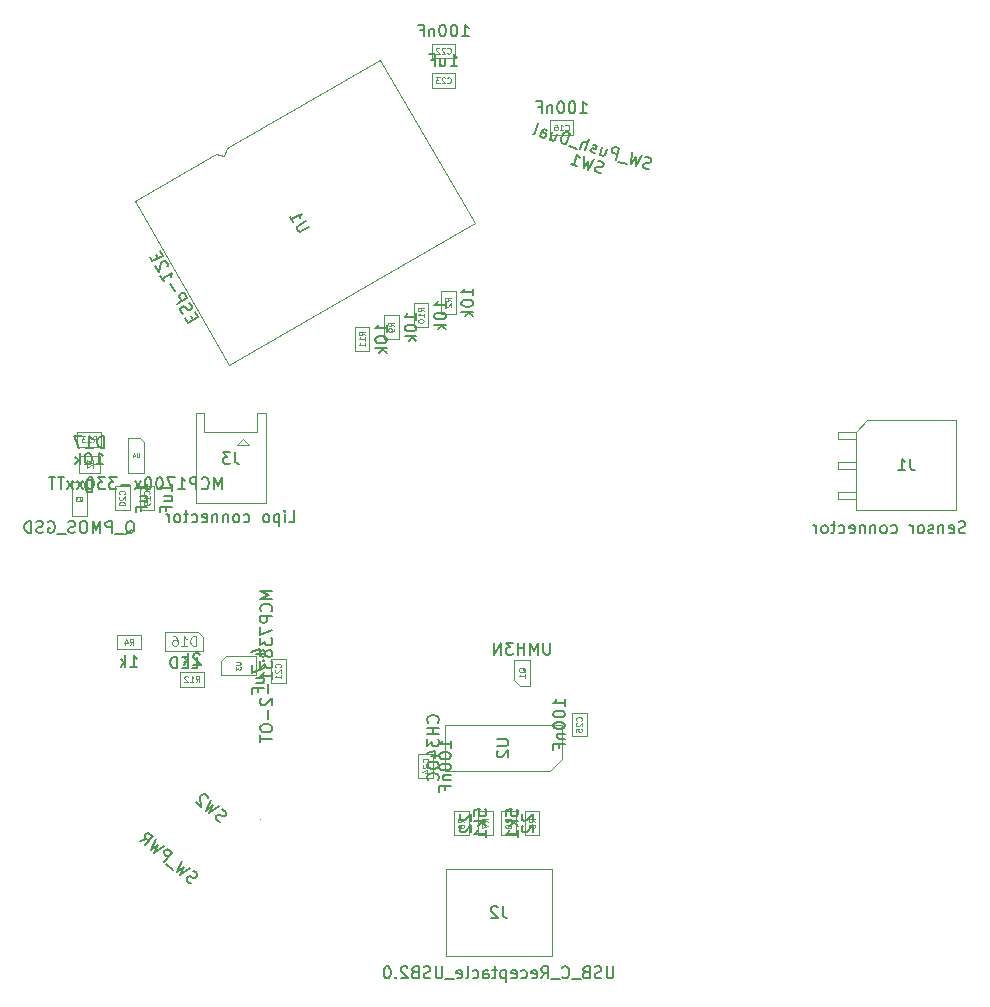
<source format=gbr>
G04 #@! TF.GenerationSoftware,KiCad,Pcbnew,8.0.4*
G04 #@! TF.CreationDate,2024-08-11T22:53:45+02:00*
G04 #@! TF.ProjectId,Haibadge_B,48616962-6164-4676-955f-422e6b696361,rev?*
G04 #@! TF.SameCoordinates,Original*
G04 #@! TF.FileFunction,AssemblyDrawing,Bot*
%FSLAX46Y46*%
G04 Gerber Fmt 4.6, Leading zero omitted, Abs format (unit mm)*
G04 Created by KiCad (PCBNEW 8.0.4) date 2024-08-11 22:53:45*
%MOMM*%
%LPD*%
G01*
G04 APERTURE LIST*
%ADD10C,0.150000*%
%ADD11C,0.050000*%
%ADD12C,0.120000*%
%ADD13C,0.080000*%
%ADD14C,0.075000*%
%ADD15C,0.060000*%
%ADD16C,0.100000*%
G04 APERTURE END LIST*
D10*
X114130294Y-174474631D02*
X113990251Y-174419282D01*
X113990251Y-174419282D02*
X113807859Y-174266238D01*
X113807859Y-174266238D02*
X113765511Y-174168542D01*
X113765511Y-174168542D02*
X113759642Y-174101454D01*
X113759642Y-174101454D02*
X113784382Y-173997889D01*
X113784382Y-173997889D02*
X113845599Y-173924932D01*
X113845599Y-173924932D02*
X113943296Y-173882584D01*
X113943296Y-173882584D02*
X114010383Y-173876715D01*
X114010383Y-173876715D02*
X114113948Y-173901455D01*
X114113948Y-173901455D02*
X114290471Y-173987412D01*
X114290471Y-173987412D02*
X114394036Y-174012152D01*
X114394036Y-174012152D02*
X114461123Y-174006282D01*
X114461123Y-174006282D02*
X114558820Y-173963935D01*
X114558820Y-173963935D02*
X114620037Y-173890978D01*
X114620037Y-173890978D02*
X114644777Y-173787412D01*
X114644777Y-173787412D02*
X114638908Y-173720325D01*
X114638908Y-173720325D02*
X114596560Y-173622629D01*
X114596560Y-173622629D02*
X114414168Y-173469584D01*
X114414168Y-173469584D02*
X114274125Y-173414236D01*
X114049385Y-173163495D02*
X113224206Y-173776495D01*
X113224206Y-173776495D02*
X113537427Y-173106884D01*
X113537427Y-173106884D02*
X112932380Y-173531623D01*
X112932380Y-173531623D02*
X113392776Y-172612534D01*
X112579335Y-173359709D02*
X111995683Y-172869966D01*
X111874509Y-172643964D02*
X112517296Y-171877920D01*
X112517296Y-171877920D02*
X112225470Y-171633048D01*
X112225470Y-171633048D02*
X112121904Y-171608309D01*
X112121904Y-171608309D02*
X112054817Y-171614178D01*
X112054817Y-171614178D02*
X111957121Y-171656526D01*
X111957121Y-171656526D02*
X111865294Y-171765961D01*
X111865294Y-171765961D02*
X111840555Y-171869526D01*
X111840555Y-171869526D02*
X111846424Y-171936613D01*
X111846424Y-171936613D02*
X111888772Y-172034310D01*
X111888772Y-172034310D02*
X112180598Y-172279181D01*
X111824209Y-171296350D02*
X110999029Y-171909350D01*
X110999029Y-171909350D02*
X111312250Y-171239739D01*
X111312250Y-171239739D02*
X110707203Y-171664478D01*
X110707203Y-171664478D02*
X111167599Y-170745389D01*
X109795245Y-170899255D02*
X110356683Y-170748734D01*
X110232985Y-171266562D02*
X110875773Y-170500518D01*
X110875773Y-170500518D02*
X110583946Y-170255646D01*
X110583946Y-170255646D02*
X110480381Y-170230907D01*
X110480381Y-170230907D02*
X110413293Y-170236776D01*
X110413293Y-170236776D02*
X110315597Y-170279124D01*
X110315597Y-170279124D02*
X110223770Y-170388559D01*
X110223770Y-170388559D02*
X110199031Y-170492124D01*
X110199031Y-170492124D02*
X110204900Y-170559212D01*
X110204900Y-170559212D02*
X110247248Y-170656908D01*
X110247248Y-170656908D02*
X110539074Y-170901779D01*
X116586222Y-169251226D02*
X116446178Y-169195877D01*
X116446178Y-169195877D02*
X116263786Y-169042832D01*
X116263786Y-169042832D02*
X116221439Y-168945136D01*
X116221439Y-168945136D02*
X116215569Y-168878049D01*
X116215569Y-168878049D02*
X116240309Y-168774483D01*
X116240309Y-168774483D02*
X116301527Y-168701527D01*
X116301527Y-168701527D02*
X116399223Y-168659179D01*
X116399223Y-168659179D02*
X116466310Y-168653310D01*
X116466310Y-168653310D02*
X116569876Y-168678049D01*
X116569876Y-168678049D02*
X116746398Y-168764007D01*
X116746398Y-168764007D02*
X116849963Y-168788746D01*
X116849963Y-168788746D02*
X116917050Y-168782877D01*
X116917050Y-168782877D02*
X117014747Y-168740529D01*
X117014747Y-168740529D02*
X117075965Y-168667573D01*
X117075965Y-168667573D02*
X117100704Y-168564007D01*
X117100704Y-168564007D02*
X117094835Y-168496920D01*
X117094835Y-168496920D02*
X117052487Y-168399224D01*
X117052487Y-168399224D02*
X116870095Y-168246179D01*
X116870095Y-168246179D02*
X116730052Y-168190831D01*
X116505312Y-167940090D02*
X115680133Y-168553089D01*
X115680133Y-168553089D02*
X115993354Y-167883479D01*
X115993354Y-167883479D02*
X115388307Y-168308218D01*
X115388307Y-168308218D02*
X115848703Y-167389129D01*
X115532137Y-167247823D02*
X115526268Y-167180736D01*
X115526268Y-167180736D02*
X115483920Y-167083040D01*
X115483920Y-167083040D02*
X115301528Y-166929995D01*
X115301528Y-166929995D02*
X115197963Y-166905255D01*
X115197963Y-166905255D02*
X115130876Y-166911125D01*
X115130876Y-166911125D02*
X115033179Y-166953472D01*
X115033179Y-166953472D02*
X114971962Y-167026429D01*
X114971962Y-167026429D02*
X114916613Y-167166473D01*
X114916613Y-167166473D02*
X114987046Y-167971520D01*
X114987046Y-167971520D02*
X114512828Y-167573604D01*
X108591071Y-144900057D02*
X108686309Y-144852438D01*
X108686309Y-144852438D02*
X108781547Y-144757200D01*
X108781547Y-144757200D02*
X108924404Y-144614342D01*
X108924404Y-144614342D02*
X109019642Y-144566723D01*
X109019642Y-144566723D02*
X109114880Y-144566723D01*
X109067261Y-144804819D02*
X109162499Y-144757200D01*
X109162499Y-144757200D02*
X109257737Y-144661961D01*
X109257737Y-144661961D02*
X109305356Y-144471485D01*
X109305356Y-144471485D02*
X109305356Y-144138152D01*
X109305356Y-144138152D02*
X109257737Y-143947676D01*
X109257737Y-143947676D02*
X109162499Y-143852438D01*
X109162499Y-143852438D02*
X109067261Y-143804819D01*
X109067261Y-143804819D02*
X108876785Y-143804819D01*
X108876785Y-143804819D02*
X108781547Y-143852438D01*
X108781547Y-143852438D02*
X108686309Y-143947676D01*
X108686309Y-143947676D02*
X108638690Y-144138152D01*
X108638690Y-144138152D02*
X108638690Y-144471485D01*
X108638690Y-144471485D02*
X108686309Y-144661961D01*
X108686309Y-144661961D02*
X108781547Y-144757200D01*
X108781547Y-144757200D02*
X108876785Y-144804819D01*
X108876785Y-144804819D02*
X109067261Y-144804819D01*
X108448214Y-144900057D02*
X107686309Y-144900057D01*
X107448213Y-144804819D02*
X107448213Y-143804819D01*
X107448213Y-143804819D02*
X107067261Y-143804819D01*
X107067261Y-143804819D02*
X106972023Y-143852438D01*
X106972023Y-143852438D02*
X106924404Y-143900057D01*
X106924404Y-143900057D02*
X106876785Y-143995295D01*
X106876785Y-143995295D02*
X106876785Y-144138152D01*
X106876785Y-144138152D02*
X106924404Y-144233390D01*
X106924404Y-144233390D02*
X106972023Y-144281009D01*
X106972023Y-144281009D02*
X107067261Y-144328628D01*
X107067261Y-144328628D02*
X107448213Y-144328628D01*
X106448213Y-144804819D02*
X106448213Y-143804819D01*
X106448213Y-143804819D02*
X106114880Y-144519104D01*
X106114880Y-144519104D02*
X105781547Y-143804819D01*
X105781547Y-143804819D02*
X105781547Y-144804819D01*
X105114880Y-143804819D02*
X104924404Y-143804819D01*
X104924404Y-143804819D02*
X104829166Y-143852438D01*
X104829166Y-143852438D02*
X104733928Y-143947676D01*
X104733928Y-143947676D02*
X104686309Y-144138152D01*
X104686309Y-144138152D02*
X104686309Y-144471485D01*
X104686309Y-144471485D02*
X104733928Y-144661961D01*
X104733928Y-144661961D02*
X104829166Y-144757200D01*
X104829166Y-144757200D02*
X104924404Y-144804819D01*
X104924404Y-144804819D02*
X105114880Y-144804819D01*
X105114880Y-144804819D02*
X105210118Y-144757200D01*
X105210118Y-144757200D02*
X105305356Y-144661961D01*
X105305356Y-144661961D02*
X105352975Y-144471485D01*
X105352975Y-144471485D02*
X105352975Y-144138152D01*
X105352975Y-144138152D02*
X105305356Y-143947676D01*
X105305356Y-143947676D02*
X105210118Y-143852438D01*
X105210118Y-143852438D02*
X105114880Y-143804819D01*
X104305356Y-144757200D02*
X104162499Y-144804819D01*
X104162499Y-144804819D02*
X103924404Y-144804819D01*
X103924404Y-144804819D02*
X103829166Y-144757200D01*
X103829166Y-144757200D02*
X103781547Y-144709580D01*
X103781547Y-144709580D02*
X103733928Y-144614342D01*
X103733928Y-144614342D02*
X103733928Y-144519104D01*
X103733928Y-144519104D02*
X103781547Y-144423866D01*
X103781547Y-144423866D02*
X103829166Y-144376247D01*
X103829166Y-144376247D02*
X103924404Y-144328628D01*
X103924404Y-144328628D02*
X104114880Y-144281009D01*
X104114880Y-144281009D02*
X104210118Y-144233390D01*
X104210118Y-144233390D02*
X104257737Y-144185771D01*
X104257737Y-144185771D02*
X104305356Y-144090533D01*
X104305356Y-144090533D02*
X104305356Y-143995295D01*
X104305356Y-143995295D02*
X104257737Y-143900057D01*
X104257737Y-143900057D02*
X104210118Y-143852438D01*
X104210118Y-143852438D02*
X104114880Y-143804819D01*
X104114880Y-143804819D02*
X103876785Y-143804819D01*
X103876785Y-143804819D02*
X103733928Y-143852438D01*
X103543452Y-144900057D02*
X102781547Y-144900057D01*
X102019642Y-143852438D02*
X102114880Y-143804819D01*
X102114880Y-143804819D02*
X102257737Y-143804819D01*
X102257737Y-143804819D02*
X102400594Y-143852438D01*
X102400594Y-143852438D02*
X102495832Y-143947676D01*
X102495832Y-143947676D02*
X102543451Y-144042914D01*
X102543451Y-144042914D02*
X102591070Y-144233390D01*
X102591070Y-144233390D02*
X102591070Y-144376247D01*
X102591070Y-144376247D02*
X102543451Y-144566723D01*
X102543451Y-144566723D02*
X102495832Y-144661961D01*
X102495832Y-144661961D02*
X102400594Y-144757200D01*
X102400594Y-144757200D02*
X102257737Y-144804819D01*
X102257737Y-144804819D02*
X102162499Y-144804819D01*
X102162499Y-144804819D02*
X102019642Y-144757200D01*
X102019642Y-144757200D02*
X101972023Y-144709580D01*
X101972023Y-144709580D02*
X101972023Y-144376247D01*
X101972023Y-144376247D02*
X102162499Y-144376247D01*
X101591070Y-144757200D02*
X101448213Y-144804819D01*
X101448213Y-144804819D02*
X101210118Y-144804819D01*
X101210118Y-144804819D02*
X101114880Y-144757200D01*
X101114880Y-144757200D02*
X101067261Y-144709580D01*
X101067261Y-144709580D02*
X101019642Y-144614342D01*
X101019642Y-144614342D02*
X101019642Y-144519104D01*
X101019642Y-144519104D02*
X101067261Y-144423866D01*
X101067261Y-144423866D02*
X101114880Y-144376247D01*
X101114880Y-144376247D02*
X101210118Y-144328628D01*
X101210118Y-144328628D02*
X101400594Y-144281009D01*
X101400594Y-144281009D02*
X101495832Y-144233390D01*
X101495832Y-144233390D02*
X101543451Y-144185771D01*
X101543451Y-144185771D02*
X101591070Y-144090533D01*
X101591070Y-144090533D02*
X101591070Y-143995295D01*
X101591070Y-143995295D02*
X101543451Y-143900057D01*
X101543451Y-143900057D02*
X101495832Y-143852438D01*
X101495832Y-143852438D02*
X101400594Y-143804819D01*
X101400594Y-143804819D02*
X101162499Y-143804819D01*
X101162499Y-143804819D02*
X101019642Y-143852438D01*
X100591070Y-144804819D02*
X100591070Y-143804819D01*
X100591070Y-143804819D02*
X100352975Y-143804819D01*
X100352975Y-143804819D02*
X100210118Y-143852438D01*
X100210118Y-143852438D02*
X100114880Y-143947676D01*
X100114880Y-143947676D02*
X100067261Y-144042914D01*
X100067261Y-144042914D02*
X100019642Y-144233390D01*
X100019642Y-144233390D02*
X100019642Y-144376247D01*
X100019642Y-144376247D02*
X100067261Y-144566723D01*
X100067261Y-144566723D02*
X100114880Y-144661961D01*
X100114880Y-144661961D02*
X100210118Y-144757200D01*
X100210118Y-144757200D02*
X100352975Y-144804819D01*
X100352975Y-144804819D02*
X100591070Y-144804819D01*
D11*
X104692976Y-142125914D02*
X104723452Y-142110676D01*
X104723452Y-142110676D02*
X104753928Y-142080200D01*
X104753928Y-142080200D02*
X104799642Y-142034485D01*
X104799642Y-142034485D02*
X104830119Y-142019247D01*
X104830119Y-142019247D02*
X104860595Y-142019247D01*
X104845357Y-142095438D02*
X104875833Y-142080200D01*
X104875833Y-142080200D02*
X104906309Y-142049723D01*
X104906309Y-142049723D02*
X104921547Y-141988771D01*
X104921547Y-141988771D02*
X104921547Y-141882104D01*
X104921547Y-141882104D02*
X104906309Y-141821152D01*
X104906309Y-141821152D02*
X104875833Y-141790676D01*
X104875833Y-141790676D02*
X104845357Y-141775438D01*
X104845357Y-141775438D02*
X104784404Y-141775438D01*
X104784404Y-141775438D02*
X104753928Y-141790676D01*
X104753928Y-141790676D02*
X104723452Y-141821152D01*
X104723452Y-141821152D02*
X104708214Y-141882104D01*
X104708214Y-141882104D02*
X104708214Y-141988771D01*
X104708214Y-141988771D02*
X104723452Y-142049723D01*
X104723452Y-142049723D02*
X104753928Y-142080200D01*
X104753928Y-142080200D02*
X104784404Y-142095438D01*
X104784404Y-142095438D02*
X104845357Y-142095438D01*
X104601547Y-141775438D02*
X104403452Y-141775438D01*
X104403452Y-141775438D02*
X104510119Y-141897342D01*
X104510119Y-141897342D02*
X104464404Y-141897342D01*
X104464404Y-141897342D02*
X104433928Y-141912580D01*
X104433928Y-141912580D02*
X104418690Y-141927819D01*
X104418690Y-141927819D02*
X104403452Y-141958295D01*
X104403452Y-141958295D02*
X104403452Y-142034485D01*
X104403452Y-142034485D02*
X104418690Y-142064961D01*
X104418690Y-142064961D02*
X104433928Y-142080200D01*
X104433928Y-142080200D02*
X104464404Y-142095438D01*
X104464404Y-142095438D02*
X104555833Y-142095438D01*
X104555833Y-142095438D02*
X104586309Y-142080200D01*
X104586309Y-142080200D02*
X104601547Y-142064961D01*
D10*
X114192857Y-156274819D02*
X114669047Y-156274819D01*
X114669047Y-156274819D02*
X114669047Y-155274819D01*
X113859523Y-155751009D02*
X113526190Y-155751009D01*
X113383333Y-156274819D02*
X113859523Y-156274819D01*
X113859523Y-156274819D02*
X113859523Y-155274819D01*
X113859523Y-155274819D02*
X113383333Y-155274819D01*
X112954761Y-156274819D02*
X112954761Y-155274819D01*
X112954761Y-155274819D02*
X112716666Y-155274819D01*
X112716666Y-155274819D02*
X112573809Y-155322438D01*
X112573809Y-155322438D02*
X112478571Y-155417676D01*
X112478571Y-155417676D02*
X112430952Y-155512914D01*
X112430952Y-155512914D02*
X112383333Y-155703390D01*
X112383333Y-155703390D02*
X112383333Y-155846247D01*
X112383333Y-155846247D02*
X112430952Y-156036723D01*
X112430952Y-156036723D02*
X112478571Y-156131961D01*
X112478571Y-156131961D02*
X112573809Y-156227200D01*
X112573809Y-156227200D02*
X112716666Y-156274819D01*
X112716666Y-156274819D02*
X112954761Y-156274819D01*
D12*
X114521428Y-154363855D02*
X114521428Y-153563855D01*
X114521428Y-153563855D02*
X114330952Y-153563855D01*
X114330952Y-153563855D02*
X114216666Y-153601950D01*
X114216666Y-153601950D02*
X114140476Y-153678140D01*
X114140476Y-153678140D02*
X114102381Y-153754331D01*
X114102381Y-153754331D02*
X114064285Y-153906712D01*
X114064285Y-153906712D02*
X114064285Y-154020998D01*
X114064285Y-154020998D02*
X114102381Y-154173379D01*
X114102381Y-154173379D02*
X114140476Y-154249569D01*
X114140476Y-154249569D02*
X114216666Y-154325760D01*
X114216666Y-154325760D02*
X114330952Y-154363855D01*
X114330952Y-154363855D02*
X114521428Y-154363855D01*
X113302381Y-154363855D02*
X113759524Y-154363855D01*
X113530952Y-154363855D02*
X113530952Y-153563855D01*
X113530952Y-153563855D02*
X113607143Y-153678140D01*
X113607143Y-153678140D02*
X113683333Y-153754331D01*
X113683333Y-153754331D02*
X113759524Y-153792426D01*
X112616666Y-153563855D02*
X112769047Y-153563855D01*
X112769047Y-153563855D02*
X112845238Y-153601950D01*
X112845238Y-153601950D02*
X112883333Y-153640045D01*
X112883333Y-153640045D02*
X112959523Y-153754331D01*
X112959523Y-153754331D02*
X112997619Y-153906712D01*
X112997619Y-153906712D02*
X112997619Y-154211474D01*
X112997619Y-154211474D02*
X112959523Y-154287664D01*
X112959523Y-154287664D02*
X112921428Y-154325760D01*
X112921428Y-154325760D02*
X112845238Y-154363855D01*
X112845238Y-154363855D02*
X112692857Y-154363855D01*
X112692857Y-154363855D02*
X112616666Y-154325760D01*
X112616666Y-154325760D02*
X112578571Y-154287664D01*
X112578571Y-154287664D02*
X112540476Y-154211474D01*
X112540476Y-154211474D02*
X112540476Y-154020998D01*
X112540476Y-154020998D02*
X112578571Y-153944807D01*
X112578571Y-153944807D02*
X112616666Y-153906712D01*
X112616666Y-153906712D02*
X112692857Y-153868617D01*
X112692857Y-153868617D02*
X112845238Y-153868617D01*
X112845238Y-153868617D02*
X112921428Y-153906712D01*
X112921428Y-153906712D02*
X112959523Y-153944807D01*
X112959523Y-153944807D02*
X112997619Y-154020998D01*
D10*
X135704819Y-125779761D02*
X135704819Y-125208333D01*
X135704819Y-125494047D02*
X134704819Y-125494047D01*
X134704819Y-125494047D02*
X134847676Y-125398809D01*
X134847676Y-125398809D02*
X134942914Y-125303571D01*
X134942914Y-125303571D02*
X134990533Y-125208333D01*
X134704819Y-126398809D02*
X134704819Y-126494047D01*
X134704819Y-126494047D02*
X134752438Y-126589285D01*
X134752438Y-126589285D02*
X134800057Y-126636904D01*
X134800057Y-126636904D02*
X134895295Y-126684523D01*
X134895295Y-126684523D02*
X135085771Y-126732142D01*
X135085771Y-126732142D02*
X135323866Y-126732142D01*
X135323866Y-126732142D02*
X135514342Y-126684523D01*
X135514342Y-126684523D02*
X135609580Y-126636904D01*
X135609580Y-126636904D02*
X135657200Y-126589285D01*
X135657200Y-126589285D02*
X135704819Y-126494047D01*
X135704819Y-126494047D02*
X135704819Y-126398809D01*
X135704819Y-126398809D02*
X135657200Y-126303571D01*
X135657200Y-126303571D02*
X135609580Y-126255952D01*
X135609580Y-126255952D02*
X135514342Y-126208333D01*
X135514342Y-126208333D02*
X135323866Y-126160714D01*
X135323866Y-126160714D02*
X135085771Y-126160714D01*
X135085771Y-126160714D02*
X134895295Y-126208333D01*
X134895295Y-126208333D02*
X134800057Y-126255952D01*
X134800057Y-126255952D02*
X134752438Y-126303571D01*
X134752438Y-126303571D02*
X134704819Y-126398809D01*
X135704819Y-127160714D02*
X134704819Y-127160714D01*
X135323866Y-127255952D02*
X135704819Y-127541666D01*
X135038152Y-127541666D02*
X135419104Y-127160714D01*
D13*
X133827149Y-126053571D02*
X133589054Y-125886905D01*
X133827149Y-125767857D02*
X133327149Y-125767857D01*
X133327149Y-125767857D02*
X133327149Y-125958333D01*
X133327149Y-125958333D02*
X133350959Y-126005952D01*
X133350959Y-126005952D02*
X133374768Y-126029762D01*
X133374768Y-126029762D02*
X133422387Y-126053571D01*
X133422387Y-126053571D02*
X133493816Y-126053571D01*
X133493816Y-126053571D02*
X133541435Y-126029762D01*
X133541435Y-126029762D02*
X133565244Y-126005952D01*
X133565244Y-126005952D02*
X133589054Y-125958333D01*
X133589054Y-125958333D02*
X133589054Y-125767857D01*
X133827149Y-126529762D02*
X133827149Y-126244048D01*
X133827149Y-126386905D02*
X133327149Y-126386905D01*
X133327149Y-126386905D02*
X133398578Y-126339286D01*
X133398578Y-126339286D02*
X133446197Y-126291667D01*
X133446197Y-126291667D02*
X133470006Y-126244048D01*
X133327149Y-126839285D02*
X133327149Y-126886904D01*
X133327149Y-126886904D02*
X133350959Y-126934523D01*
X133350959Y-126934523D02*
X133374768Y-126958333D01*
X133374768Y-126958333D02*
X133422387Y-126982142D01*
X133422387Y-126982142D02*
X133517625Y-127005952D01*
X133517625Y-127005952D02*
X133636673Y-127005952D01*
X133636673Y-127005952D02*
X133731911Y-126982142D01*
X133731911Y-126982142D02*
X133779530Y-126958333D01*
X133779530Y-126958333D02*
X133803340Y-126934523D01*
X133803340Y-126934523D02*
X133827149Y-126886904D01*
X133827149Y-126886904D02*
X133827149Y-126839285D01*
X133827149Y-126839285D02*
X133803340Y-126791666D01*
X133803340Y-126791666D02*
X133779530Y-126767857D01*
X133779530Y-126767857D02*
X133731911Y-126744047D01*
X133731911Y-126744047D02*
X133636673Y-126720238D01*
X133636673Y-126720238D02*
X133517625Y-126720238D01*
X133517625Y-126720238D02*
X133422387Y-126744047D01*
X133422387Y-126744047D02*
X133374768Y-126767857D01*
X133374768Y-126767857D02*
X133350959Y-126791666D01*
X133350959Y-126791666D02*
X133327149Y-126839285D01*
D10*
X137047619Y-102774819D02*
X137619047Y-102774819D01*
X137333333Y-102774819D02*
X137333333Y-101774819D01*
X137333333Y-101774819D02*
X137428571Y-101917676D01*
X137428571Y-101917676D02*
X137523809Y-102012914D01*
X137523809Y-102012914D02*
X137619047Y-102060533D01*
X136428571Y-101774819D02*
X136333333Y-101774819D01*
X136333333Y-101774819D02*
X136238095Y-101822438D01*
X136238095Y-101822438D02*
X136190476Y-101870057D01*
X136190476Y-101870057D02*
X136142857Y-101965295D01*
X136142857Y-101965295D02*
X136095238Y-102155771D01*
X136095238Y-102155771D02*
X136095238Y-102393866D01*
X136095238Y-102393866D02*
X136142857Y-102584342D01*
X136142857Y-102584342D02*
X136190476Y-102679580D01*
X136190476Y-102679580D02*
X136238095Y-102727200D01*
X136238095Y-102727200D02*
X136333333Y-102774819D01*
X136333333Y-102774819D02*
X136428571Y-102774819D01*
X136428571Y-102774819D02*
X136523809Y-102727200D01*
X136523809Y-102727200D02*
X136571428Y-102679580D01*
X136571428Y-102679580D02*
X136619047Y-102584342D01*
X136619047Y-102584342D02*
X136666666Y-102393866D01*
X136666666Y-102393866D02*
X136666666Y-102155771D01*
X136666666Y-102155771D02*
X136619047Y-101965295D01*
X136619047Y-101965295D02*
X136571428Y-101870057D01*
X136571428Y-101870057D02*
X136523809Y-101822438D01*
X136523809Y-101822438D02*
X136428571Y-101774819D01*
X135476190Y-101774819D02*
X135380952Y-101774819D01*
X135380952Y-101774819D02*
X135285714Y-101822438D01*
X135285714Y-101822438D02*
X135238095Y-101870057D01*
X135238095Y-101870057D02*
X135190476Y-101965295D01*
X135190476Y-101965295D02*
X135142857Y-102155771D01*
X135142857Y-102155771D02*
X135142857Y-102393866D01*
X135142857Y-102393866D02*
X135190476Y-102584342D01*
X135190476Y-102584342D02*
X135238095Y-102679580D01*
X135238095Y-102679580D02*
X135285714Y-102727200D01*
X135285714Y-102727200D02*
X135380952Y-102774819D01*
X135380952Y-102774819D02*
X135476190Y-102774819D01*
X135476190Y-102774819D02*
X135571428Y-102727200D01*
X135571428Y-102727200D02*
X135619047Y-102679580D01*
X135619047Y-102679580D02*
X135666666Y-102584342D01*
X135666666Y-102584342D02*
X135714285Y-102393866D01*
X135714285Y-102393866D02*
X135714285Y-102155771D01*
X135714285Y-102155771D02*
X135666666Y-101965295D01*
X135666666Y-101965295D02*
X135619047Y-101870057D01*
X135619047Y-101870057D02*
X135571428Y-101822438D01*
X135571428Y-101822438D02*
X135476190Y-101774819D01*
X134714285Y-102108152D02*
X134714285Y-102774819D01*
X134714285Y-102203390D02*
X134666666Y-102155771D01*
X134666666Y-102155771D02*
X134571428Y-102108152D01*
X134571428Y-102108152D02*
X134428571Y-102108152D01*
X134428571Y-102108152D02*
X134333333Y-102155771D01*
X134333333Y-102155771D02*
X134285714Y-102251009D01*
X134285714Y-102251009D02*
X134285714Y-102774819D01*
X133476190Y-102251009D02*
X133809523Y-102251009D01*
X133809523Y-102774819D02*
X133809523Y-101774819D01*
X133809523Y-101774819D02*
X133333333Y-101774819D01*
D13*
X135821428Y-104179530D02*
X135845237Y-104203340D01*
X135845237Y-104203340D02*
X135916666Y-104227149D01*
X135916666Y-104227149D02*
X135964285Y-104227149D01*
X135964285Y-104227149D02*
X136035713Y-104203340D01*
X136035713Y-104203340D02*
X136083332Y-104155720D01*
X136083332Y-104155720D02*
X136107142Y-104108101D01*
X136107142Y-104108101D02*
X136130951Y-104012863D01*
X136130951Y-104012863D02*
X136130951Y-103941435D01*
X136130951Y-103941435D02*
X136107142Y-103846197D01*
X136107142Y-103846197D02*
X136083332Y-103798578D01*
X136083332Y-103798578D02*
X136035713Y-103750959D01*
X136035713Y-103750959D02*
X135964285Y-103727149D01*
X135964285Y-103727149D02*
X135916666Y-103727149D01*
X135916666Y-103727149D02*
X135845237Y-103750959D01*
X135845237Y-103750959D02*
X135821428Y-103774768D01*
X135630951Y-103774768D02*
X135607142Y-103750959D01*
X135607142Y-103750959D02*
X135559523Y-103727149D01*
X135559523Y-103727149D02*
X135440475Y-103727149D01*
X135440475Y-103727149D02*
X135392856Y-103750959D01*
X135392856Y-103750959D02*
X135369047Y-103774768D01*
X135369047Y-103774768D02*
X135345237Y-103822387D01*
X135345237Y-103822387D02*
X135345237Y-103870006D01*
X135345237Y-103870006D02*
X135369047Y-103941435D01*
X135369047Y-103941435D02*
X135654761Y-104227149D01*
X135654761Y-104227149D02*
X135345237Y-104227149D01*
X135154761Y-103774768D02*
X135130952Y-103750959D01*
X135130952Y-103750959D02*
X135083333Y-103727149D01*
X135083333Y-103727149D02*
X134964285Y-103727149D01*
X134964285Y-103727149D02*
X134916666Y-103750959D01*
X134916666Y-103750959D02*
X134892857Y-103774768D01*
X134892857Y-103774768D02*
X134869047Y-103822387D01*
X134869047Y-103822387D02*
X134869047Y-103870006D01*
X134869047Y-103870006D02*
X134892857Y-103941435D01*
X134892857Y-103941435D02*
X135178571Y-104227149D01*
X135178571Y-104227149D02*
X134869047Y-104227149D01*
D10*
X108981547Y-156154819D02*
X109552975Y-156154819D01*
X109267261Y-156154819D02*
X109267261Y-155154819D01*
X109267261Y-155154819D02*
X109362499Y-155297676D01*
X109362499Y-155297676D02*
X109457737Y-155392914D01*
X109457737Y-155392914D02*
X109552975Y-155440533D01*
X108552975Y-156154819D02*
X108552975Y-155154819D01*
X108457737Y-155773866D02*
X108172023Y-156154819D01*
X108172023Y-155488152D02*
X108552975Y-155869104D01*
D13*
X108945833Y-154277149D02*
X109112499Y-154039054D01*
X109231547Y-154277149D02*
X109231547Y-153777149D01*
X109231547Y-153777149D02*
X109041071Y-153777149D01*
X109041071Y-153777149D02*
X108993452Y-153800959D01*
X108993452Y-153800959D02*
X108969642Y-153824768D01*
X108969642Y-153824768D02*
X108945833Y-153872387D01*
X108945833Y-153872387D02*
X108945833Y-153943816D01*
X108945833Y-153943816D02*
X108969642Y-153991435D01*
X108969642Y-153991435D02*
X108993452Y-154015244D01*
X108993452Y-154015244D02*
X109041071Y-154039054D01*
X109041071Y-154039054D02*
X109231547Y-154039054D01*
X108517261Y-153943816D02*
X108517261Y-154277149D01*
X108636309Y-153753340D02*
X108755356Y-154110482D01*
X108755356Y-154110482D02*
X108445833Y-154110482D01*
D10*
X114877975Y-155100057D02*
X114830356Y-155052438D01*
X114830356Y-155052438D02*
X114735118Y-155004819D01*
X114735118Y-155004819D02*
X114497023Y-155004819D01*
X114497023Y-155004819D02*
X114401785Y-155052438D01*
X114401785Y-155052438D02*
X114354166Y-155100057D01*
X114354166Y-155100057D02*
X114306547Y-155195295D01*
X114306547Y-155195295D02*
X114306547Y-155290533D01*
X114306547Y-155290533D02*
X114354166Y-155433390D01*
X114354166Y-155433390D02*
X114925594Y-156004819D01*
X114925594Y-156004819D02*
X114306547Y-156004819D01*
X113877975Y-156004819D02*
X113877975Y-155004819D01*
X113782737Y-155623866D02*
X113497023Y-156004819D01*
X113497023Y-155338152D02*
X113877975Y-155719104D01*
D13*
X114508928Y-157427149D02*
X114675594Y-157189054D01*
X114794642Y-157427149D02*
X114794642Y-156927149D01*
X114794642Y-156927149D02*
X114604166Y-156927149D01*
X114604166Y-156927149D02*
X114556547Y-156950959D01*
X114556547Y-156950959D02*
X114532737Y-156974768D01*
X114532737Y-156974768D02*
X114508928Y-157022387D01*
X114508928Y-157022387D02*
X114508928Y-157093816D01*
X114508928Y-157093816D02*
X114532737Y-157141435D01*
X114532737Y-157141435D02*
X114556547Y-157165244D01*
X114556547Y-157165244D02*
X114604166Y-157189054D01*
X114604166Y-157189054D02*
X114794642Y-157189054D01*
X114032737Y-157427149D02*
X114318451Y-157427149D01*
X114175594Y-157427149D02*
X114175594Y-156927149D01*
X114175594Y-156927149D02*
X114223213Y-156998578D01*
X114223213Y-156998578D02*
X114270832Y-157046197D01*
X114270832Y-157046197D02*
X114318451Y-157070006D01*
X113842261Y-156974768D02*
X113818452Y-156950959D01*
X113818452Y-156950959D02*
X113770833Y-156927149D01*
X113770833Y-156927149D02*
X113651785Y-156927149D01*
X113651785Y-156927149D02*
X113604166Y-156950959D01*
X113604166Y-156950959D02*
X113580357Y-156974768D01*
X113580357Y-156974768D02*
X113556547Y-157022387D01*
X113556547Y-157022387D02*
X113556547Y-157070006D01*
X113556547Y-157070006D02*
X113580357Y-157141435D01*
X113580357Y-157141435D02*
X113866071Y-157427149D01*
X113866071Y-157427149D02*
X113556547Y-157427149D01*
D10*
X116724404Y-141104819D02*
X116724404Y-140104819D01*
X116724404Y-140104819D02*
X116391071Y-140819104D01*
X116391071Y-140819104D02*
X116057738Y-140104819D01*
X116057738Y-140104819D02*
X116057738Y-141104819D01*
X115010119Y-141009580D02*
X115057738Y-141057200D01*
X115057738Y-141057200D02*
X115200595Y-141104819D01*
X115200595Y-141104819D02*
X115295833Y-141104819D01*
X115295833Y-141104819D02*
X115438690Y-141057200D01*
X115438690Y-141057200D02*
X115533928Y-140961961D01*
X115533928Y-140961961D02*
X115581547Y-140866723D01*
X115581547Y-140866723D02*
X115629166Y-140676247D01*
X115629166Y-140676247D02*
X115629166Y-140533390D01*
X115629166Y-140533390D02*
X115581547Y-140342914D01*
X115581547Y-140342914D02*
X115533928Y-140247676D01*
X115533928Y-140247676D02*
X115438690Y-140152438D01*
X115438690Y-140152438D02*
X115295833Y-140104819D01*
X115295833Y-140104819D02*
X115200595Y-140104819D01*
X115200595Y-140104819D02*
X115057738Y-140152438D01*
X115057738Y-140152438D02*
X115010119Y-140200057D01*
X114581547Y-141104819D02*
X114581547Y-140104819D01*
X114581547Y-140104819D02*
X114200595Y-140104819D01*
X114200595Y-140104819D02*
X114105357Y-140152438D01*
X114105357Y-140152438D02*
X114057738Y-140200057D01*
X114057738Y-140200057D02*
X114010119Y-140295295D01*
X114010119Y-140295295D02*
X114010119Y-140438152D01*
X114010119Y-140438152D02*
X114057738Y-140533390D01*
X114057738Y-140533390D02*
X114105357Y-140581009D01*
X114105357Y-140581009D02*
X114200595Y-140628628D01*
X114200595Y-140628628D02*
X114581547Y-140628628D01*
X113057738Y-141104819D02*
X113629166Y-141104819D01*
X113343452Y-141104819D02*
X113343452Y-140104819D01*
X113343452Y-140104819D02*
X113438690Y-140247676D01*
X113438690Y-140247676D02*
X113533928Y-140342914D01*
X113533928Y-140342914D02*
X113629166Y-140390533D01*
X112724404Y-140104819D02*
X112057738Y-140104819D01*
X112057738Y-140104819D02*
X112486309Y-141104819D01*
X111486309Y-140104819D02*
X111391071Y-140104819D01*
X111391071Y-140104819D02*
X111295833Y-140152438D01*
X111295833Y-140152438D02*
X111248214Y-140200057D01*
X111248214Y-140200057D02*
X111200595Y-140295295D01*
X111200595Y-140295295D02*
X111152976Y-140485771D01*
X111152976Y-140485771D02*
X111152976Y-140723866D01*
X111152976Y-140723866D02*
X111200595Y-140914342D01*
X111200595Y-140914342D02*
X111248214Y-141009580D01*
X111248214Y-141009580D02*
X111295833Y-141057200D01*
X111295833Y-141057200D02*
X111391071Y-141104819D01*
X111391071Y-141104819D02*
X111486309Y-141104819D01*
X111486309Y-141104819D02*
X111581547Y-141057200D01*
X111581547Y-141057200D02*
X111629166Y-141009580D01*
X111629166Y-141009580D02*
X111676785Y-140914342D01*
X111676785Y-140914342D02*
X111724404Y-140723866D01*
X111724404Y-140723866D02*
X111724404Y-140485771D01*
X111724404Y-140485771D02*
X111676785Y-140295295D01*
X111676785Y-140295295D02*
X111629166Y-140200057D01*
X111629166Y-140200057D02*
X111581547Y-140152438D01*
X111581547Y-140152438D02*
X111486309Y-140104819D01*
X110533928Y-140104819D02*
X110438690Y-140104819D01*
X110438690Y-140104819D02*
X110343452Y-140152438D01*
X110343452Y-140152438D02*
X110295833Y-140200057D01*
X110295833Y-140200057D02*
X110248214Y-140295295D01*
X110248214Y-140295295D02*
X110200595Y-140485771D01*
X110200595Y-140485771D02*
X110200595Y-140723866D01*
X110200595Y-140723866D02*
X110248214Y-140914342D01*
X110248214Y-140914342D02*
X110295833Y-141009580D01*
X110295833Y-141009580D02*
X110343452Y-141057200D01*
X110343452Y-141057200D02*
X110438690Y-141104819D01*
X110438690Y-141104819D02*
X110533928Y-141104819D01*
X110533928Y-141104819D02*
X110629166Y-141057200D01*
X110629166Y-141057200D02*
X110676785Y-141009580D01*
X110676785Y-141009580D02*
X110724404Y-140914342D01*
X110724404Y-140914342D02*
X110772023Y-140723866D01*
X110772023Y-140723866D02*
X110772023Y-140485771D01*
X110772023Y-140485771D02*
X110724404Y-140295295D01*
X110724404Y-140295295D02*
X110676785Y-140200057D01*
X110676785Y-140200057D02*
X110629166Y-140152438D01*
X110629166Y-140152438D02*
X110533928Y-140104819D01*
X109867261Y-141104819D02*
X109343452Y-140438152D01*
X109867261Y-140438152D02*
X109343452Y-141104819D01*
X108962499Y-140723866D02*
X108200595Y-140723866D01*
X107819642Y-140104819D02*
X107200595Y-140104819D01*
X107200595Y-140104819D02*
X107533928Y-140485771D01*
X107533928Y-140485771D02*
X107391071Y-140485771D01*
X107391071Y-140485771D02*
X107295833Y-140533390D01*
X107295833Y-140533390D02*
X107248214Y-140581009D01*
X107248214Y-140581009D02*
X107200595Y-140676247D01*
X107200595Y-140676247D02*
X107200595Y-140914342D01*
X107200595Y-140914342D02*
X107248214Y-141009580D01*
X107248214Y-141009580D02*
X107295833Y-141057200D01*
X107295833Y-141057200D02*
X107391071Y-141104819D01*
X107391071Y-141104819D02*
X107676785Y-141104819D01*
X107676785Y-141104819D02*
X107772023Y-141057200D01*
X107772023Y-141057200D02*
X107819642Y-141009580D01*
X106867261Y-140104819D02*
X106248214Y-140104819D01*
X106248214Y-140104819D02*
X106581547Y-140485771D01*
X106581547Y-140485771D02*
X106438690Y-140485771D01*
X106438690Y-140485771D02*
X106343452Y-140533390D01*
X106343452Y-140533390D02*
X106295833Y-140581009D01*
X106295833Y-140581009D02*
X106248214Y-140676247D01*
X106248214Y-140676247D02*
X106248214Y-140914342D01*
X106248214Y-140914342D02*
X106295833Y-141009580D01*
X106295833Y-141009580D02*
X106343452Y-141057200D01*
X106343452Y-141057200D02*
X106438690Y-141104819D01*
X106438690Y-141104819D02*
X106724404Y-141104819D01*
X106724404Y-141104819D02*
X106819642Y-141057200D01*
X106819642Y-141057200D02*
X106867261Y-141009580D01*
X105629166Y-140104819D02*
X105533928Y-140104819D01*
X105533928Y-140104819D02*
X105438690Y-140152438D01*
X105438690Y-140152438D02*
X105391071Y-140200057D01*
X105391071Y-140200057D02*
X105343452Y-140295295D01*
X105343452Y-140295295D02*
X105295833Y-140485771D01*
X105295833Y-140485771D02*
X105295833Y-140723866D01*
X105295833Y-140723866D02*
X105343452Y-140914342D01*
X105343452Y-140914342D02*
X105391071Y-141009580D01*
X105391071Y-141009580D02*
X105438690Y-141057200D01*
X105438690Y-141057200D02*
X105533928Y-141104819D01*
X105533928Y-141104819D02*
X105629166Y-141104819D01*
X105629166Y-141104819D02*
X105724404Y-141057200D01*
X105724404Y-141057200D02*
X105772023Y-141009580D01*
X105772023Y-141009580D02*
X105819642Y-140914342D01*
X105819642Y-140914342D02*
X105867261Y-140723866D01*
X105867261Y-140723866D02*
X105867261Y-140485771D01*
X105867261Y-140485771D02*
X105819642Y-140295295D01*
X105819642Y-140295295D02*
X105772023Y-140200057D01*
X105772023Y-140200057D02*
X105724404Y-140152438D01*
X105724404Y-140152438D02*
X105629166Y-140104819D01*
X104962499Y-141104819D02*
X104438690Y-140438152D01*
X104962499Y-140438152D02*
X104438690Y-141104819D01*
X104152975Y-141104819D02*
X103629166Y-140438152D01*
X104152975Y-140438152D02*
X103629166Y-141104819D01*
X103391070Y-140104819D02*
X102819642Y-140104819D01*
X103105356Y-141104819D02*
X103105356Y-140104819D01*
X102629165Y-140104819D02*
X102057737Y-140104819D01*
X102343451Y-141104819D02*
X102343451Y-140104819D01*
D11*
X109706309Y-138075438D02*
X109706309Y-138334485D01*
X109706309Y-138334485D02*
X109691071Y-138364961D01*
X109691071Y-138364961D02*
X109675833Y-138380200D01*
X109675833Y-138380200D02*
X109645357Y-138395438D01*
X109645357Y-138395438D02*
X109584404Y-138395438D01*
X109584404Y-138395438D02*
X109553928Y-138380200D01*
X109553928Y-138380200D02*
X109538690Y-138364961D01*
X109538690Y-138364961D02*
X109523452Y-138334485D01*
X109523452Y-138334485D02*
X109523452Y-138075438D01*
X109233928Y-138182104D02*
X109233928Y-138395438D01*
X109310119Y-138060200D02*
X109386309Y-138288771D01*
X109386309Y-138288771D02*
X109188214Y-138288771D01*
D10*
X136095238Y-105274819D02*
X136666666Y-105274819D01*
X136380952Y-105274819D02*
X136380952Y-104274819D01*
X136380952Y-104274819D02*
X136476190Y-104417676D01*
X136476190Y-104417676D02*
X136571428Y-104512914D01*
X136571428Y-104512914D02*
X136666666Y-104560533D01*
X135238095Y-104608152D02*
X135238095Y-105274819D01*
X135666666Y-104608152D02*
X135666666Y-105131961D01*
X135666666Y-105131961D02*
X135619047Y-105227200D01*
X135619047Y-105227200D02*
X135523809Y-105274819D01*
X135523809Y-105274819D02*
X135380952Y-105274819D01*
X135380952Y-105274819D02*
X135285714Y-105227200D01*
X135285714Y-105227200D02*
X135238095Y-105179580D01*
X134428571Y-104751009D02*
X134761904Y-104751009D01*
X134761904Y-105274819D02*
X134761904Y-104274819D01*
X134761904Y-104274819D02*
X134285714Y-104274819D01*
D13*
X135821428Y-106679530D02*
X135845237Y-106703340D01*
X135845237Y-106703340D02*
X135916666Y-106727149D01*
X135916666Y-106727149D02*
X135964285Y-106727149D01*
X135964285Y-106727149D02*
X136035713Y-106703340D01*
X136035713Y-106703340D02*
X136083332Y-106655720D01*
X136083332Y-106655720D02*
X136107142Y-106608101D01*
X136107142Y-106608101D02*
X136130951Y-106512863D01*
X136130951Y-106512863D02*
X136130951Y-106441435D01*
X136130951Y-106441435D02*
X136107142Y-106346197D01*
X136107142Y-106346197D02*
X136083332Y-106298578D01*
X136083332Y-106298578D02*
X136035713Y-106250959D01*
X136035713Y-106250959D02*
X135964285Y-106227149D01*
X135964285Y-106227149D02*
X135916666Y-106227149D01*
X135916666Y-106227149D02*
X135845237Y-106250959D01*
X135845237Y-106250959D02*
X135821428Y-106274768D01*
X135630951Y-106274768D02*
X135607142Y-106250959D01*
X135607142Y-106250959D02*
X135559523Y-106227149D01*
X135559523Y-106227149D02*
X135440475Y-106227149D01*
X135440475Y-106227149D02*
X135392856Y-106250959D01*
X135392856Y-106250959D02*
X135369047Y-106274768D01*
X135369047Y-106274768D02*
X135345237Y-106322387D01*
X135345237Y-106322387D02*
X135345237Y-106370006D01*
X135345237Y-106370006D02*
X135369047Y-106441435D01*
X135369047Y-106441435D02*
X135654761Y-106727149D01*
X135654761Y-106727149D02*
X135345237Y-106727149D01*
X135178571Y-106227149D02*
X134869047Y-106227149D01*
X134869047Y-106227149D02*
X135035714Y-106417625D01*
X135035714Y-106417625D02*
X134964285Y-106417625D01*
X134964285Y-106417625D02*
X134916666Y-106441435D01*
X134916666Y-106441435D02*
X134892857Y-106465244D01*
X134892857Y-106465244D02*
X134869047Y-106512863D01*
X134869047Y-106512863D02*
X134869047Y-106631911D01*
X134869047Y-106631911D02*
X134892857Y-106679530D01*
X134892857Y-106679530D02*
X134916666Y-106703340D01*
X134916666Y-106703340D02*
X134964285Y-106727149D01*
X134964285Y-106727149D02*
X135107142Y-106727149D01*
X135107142Y-106727149D02*
X135154761Y-106703340D01*
X135154761Y-106703340D02*
X135178571Y-106679530D01*
D10*
X112534819Y-141254761D02*
X112534819Y-140683333D01*
X112534819Y-140969047D02*
X111534819Y-140969047D01*
X111534819Y-140969047D02*
X111677676Y-140873809D01*
X111677676Y-140873809D02*
X111772914Y-140778571D01*
X111772914Y-140778571D02*
X111820533Y-140683333D01*
X111868152Y-142111904D02*
X112534819Y-142111904D01*
X111868152Y-141683333D02*
X112391961Y-141683333D01*
X112391961Y-141683333D02*
X112487200Y-141730952D01*
X112487200Y-141730952D02*
X112534819Y-141826190D01*
X112534819Y-141826190D02*
X112534819Y-141969047D01*
X112534819Y-141969047D02*
X112487200Y-142064285D01*
X112487200Y-142064285D02*
X112439580Y-142111904D01*
X112011009Y-142921428D02*
X112011009Y-142588095D01*
X112534819Y-142588095D02*
X111534819Y-142588095D01*
X111534819Y-142588095D02*
X111534819Y-143064285D01*
D13*
X110579530Y-141528571D02*
X110603340Y-141504762D01*
X110603340Y-141504762D02*
X110627149Y-141433333D01*
X110627149Y-141433333D02*
X110627149Y-141385714D01*
X110627149Y-141385714D02*
X110603340Y-141314286D01*
X110603340Y-141314286D02*
X110555720Y-141266667D01*
X110555720Y-141266667D02*
X110508101Y-141242857D01*
X110508101Y-141242857D02*
X110412863Y-141219048D01*
X110412863Y-141219048D02*
X110341435Y-141219048D01*
X110341435Y-141219048D02*
X110246197Y-141242857D01*
X110246197Y-141242857D02*
X110198578Y-141266667D01*
X110198578Y-141266667D02*
X110150959Y-141314286D01*
X110150959Y-141314286D02*
X110127149Y-141385714D01*
X110127149Y-141385714D02*
X110127149Y-141433333D01*
X110127149Y-141433333D02*
X110150959Y-141504762D01*
X110150959Y-141504762D02*
X110174768Y-141528571D01*
X110627149Y-142004762D02*
X110627149Y-141719048D01*
X110627149Y-141861905D02*
X110127149Y-141861905D01*
X110127149Y-141861905D02*
X110198578Y-141814286D01*
X110198578Y-141814286D02*
X110246197Y-141766667D01*
X110246197Y-141766667D02*
X110270006Y-141719048D01*
X110627149Y-142242857D02*
X110627149Y-142338095D01*
X110627149Y-142338095D02*
X110603340Y-142385714D01*
X110603340Y-142385714D02*
X110579530Y-142409523D01*
X110579530Y-142409523D02*
X110508101Y-142457142D01*
X110508101Y-142457142D02*
X110412863Y-142480952D01*
X110412863Y-142480952D02*
X110222387Y-142480952D01*
X110222387Y-142480952D02*
X110174768Y-142457142D01*
X110174768Y-142457142D02*
X110150959Y-142433333D01*
X110150959Y-142433333D02*
X110127149Y-142385714D01*
X110127149Y-142385714D02*
X110127149Y-142290476D01*
X110127149Y-142290476D02*
X110150959Y-142242857D01*
X110150959Y-142242857D02*
X110174768Y-142219047D01*
X110174768Y-142219047D02*
X110222387Y-142195238D01*
X110222387Y-142195238D02*
X110341435Y-142195238D01*
X110341435Y-142195238D02*
X110389054Y-142219047D01*
X110389054Y-142219047D02*
X110412863Y-142242857D01*
X110412863Y-142242857D02*
X110436673Y-142290476D01*
X110436673Y-142290476D02*
X110436673Y-142385714D01*
X110436673Y-142385714D02*
X110412863Y-142433333D01*
X110412863Y-142433333D02*
X110389054Y-142457142D01*
X110389054Y-142457142D02*
X110341435Y-142480952D01*
D10*
X136950057Y-168625595D02*
X136902438Y-168673214D01*
X136902438Y-168673214D02*
X136854819Y-168768452D01*
X136854819Y-168768452D02*
X136854819Y-169006547D01*
X136854819Y-169006547D02*
X136902438Y-169101785D01*
X136902438Y-169101785D02*
X136950057Y-169149404D01*
X136950057Y-169149404D02*
X137045295Y-169197023D01*
X137045295Y-169197023D02*
X137140533Y-169197023D01*
X137140533Y-169197023D02*
X137283390Y-169149404D01*
X137283390Y-169149404D02*
X137854819Y-168577976D01*
X137854819Y-168577976D02*
X137854819Y-169197023D01*
X136950057Y-169577976D02*
X136902438Y-169625595D01*
X136902438Y-169625595D02*
X136854819Y-169720833D01*
X136854819Y-169720833D02*
X136854819Y-169958928D01*
X136854819Y-169958928D02*
X136902438Y-170054166D01*
X136902438Y-170054166D02*
X136950057Y-170101785D01*
X136950057Y-170101785D02*
X137045295Y-170149404D01*
X137045295Y-170149404D02*
X137140533Y-170149404D01*
X137140533Y-170149404D02*
X137283390Y-170101785D01*
X137283390Y-170101785D02*
X137854819Y-169530357D01*
X137854819Y-169530357D02*
X137854819Y-170149404D01*
D13*
X139277149Y-169304166D02*
X139039054Y-169137500D01*
X139277149Y-169018452D02*
X138777149Y-169018452D01*
X138777149Y-169018452D02*
X138777149Y-169208928D01*
X138777149Y-169208928D02*
X138800959Y-169256547D01*
X138800959Y-169256547D02*
X138824768Y-169280357D01*
X138824768Y-169280357D02*
X138872387Y-169304166D01*
X138872387Y-169304166D02*
X138943816Y-169304166D01*
X138943816Y-169304166D02*
X138991435Y-169280357D01*
X138991435Y-169280357D02*
X139015244Y-169256547D01*
X139015244Y-169256547D02*
X139039054Y-169208928D01*
X139039054Y-169208928D02*
X139039054Y-169018452D01*
X138777149Y-169470833D02*
X138777149Y-169804166D01*
X138777149Y-169804166D02*
X139277149Y-169589881D01*
D10*
X152875629Y-114003394D02*
X152725091Y-114007165D01*
X152725091Y-114007165D02*
X152497400Y-113937553D01*
X152497400Y-113937553D02*
X152420246Y-113864170D01*
X152420246Y-113864170D02*
X152388630Y-113804709D01*
X152388630Y-113804709D02*
X152370936Y-113699710D01*
X152370936Y-113699710D02*
X152398781Y-113608633D01*
X152398781Y-113608633D02*
X152472165Y-113531479D01*
X152472165Y-113531479D02*
X152531625Y-113499863D01*
X152531625Y-113499863D02*
X152636624Y-113482170D01*
X152636624Y-113482170D02*
X152832700Y-113492321D01*
X152832700Y-113492321D02*
X152937699Y-113474628D01*
X152937699Y-113474628D02*
X152997160Y-113443012D01*
X152997160Y-113443012D02*
X153070543Y-113365858D01*
X153070543Y-113365858D02*
X153098388Y-113274781D01*
X153098388Y-113274781D02*
X153080695Y-113169782D01*
X153080695Y-113169782D02*
X153049079Y-113110321D01*
X153049079Y-113110321D02*
X152971925Y-113036938D01*
X152971925Y-113036938D02*
X152744233Y-112967326D01*
X152744233Y-112967326D02*
X152593696Y-112971097D01*
X152288850Y-112828101D02*
X151768787Y-113714794D01*
X151768787Y-113714794D02*
X151795470Y-112976029D01*
X151795470Y-112976029D02*
X151404480Y-113603414D01*
X151404480Y-113603414D02*
X151469160Y-112577497D01*
X151012329Y-113583111D02*
X150283716Y-113360352D01*
X150083869Y-113199663D02*
X150376240Y-112243358D01*
X150376240Y-112243358D02*
X150011934Y-112131978D01*
X150011934Y-112131978D02*
X149906935Y-112149671D01*
X149906935Y-112149671D02*
X149847474Y-112181287D01*
X149847474Y-112181287D02*
X149774091Y-112258442D01*
X149774091Y-112258442D02*
X149732323Y-112395056D01*
X149732323Y-112395056D02*
X149750017Y-112500056D01*
X149750017Y-112500056D02*
X149781632Y-112559516D01*
X149781632Y-112559516D02*
X149858787Y-112632900D01*
X149858787Y-112632900D02*
X150223093Y-112744279D01*
X148912633Y-112144452D02*
X148717719Y-112781989D01*
X149322478Y-112269754D02*
X149169331Y-112770676D01*
X149169331Y-112770676D02*
X149095948Y-112847830D01*
X149095948Y-112847830D02*
X148990949Y-112865523D01*
X148990949Y-112865523D02*
X148854334Y-112823756D01*
X148854334Y-112823756D02*
X148777180Y-112750373D01*
X148777180Y-112750373D02*
X148745564Y-112690912D01*
X148321796Y-112611148D02*
X148216797Y-112628842D01*
X148216797Y-112628842D02*
X148034644Y-112573152D01*
X148034644Y-112573152D02*
X147957490Y-112499768D01*
X147957490Y-112499768D02*
X147939796Y-112394769D01*
X147939796Y-112394769D02*
X147953719Y-112349231D01*
X147953719Y-112349231D02*
X148027102Y-112272077D01*
X148027102Y-112272077D02*
X148132101Y-112254383D01*
X148132101Y-112254383D02*
X148268716Y-112296151D01*
X148268716Y-112296151D02*
X148373715Y-112278457D01*
X148373715Y-112278457D02*
X148447099Y-112201303D01*
X148447099Y-112201303D02*
X148461021Y-112155765D01*
X148461021Y-112155765D02*
X148443328Y-112050766D01*
X148443328Y-112050766D02*
X148366173Y-111977383D01*
X148366173Y-111977383D02*
X148229559Y-111935615D01*
X148229559Y-111935615D02*
X148124559Y-111953309D01*
X147488184Y-112406082D02*
X147780556Y-111449777D01*
X147078339Y-112280780D02*
X147231486Y-111779858D01*
X147231486Y-111779858D02*
X147304869Y-111702704D01*
X147304869Y-111702704D02*
X147409869Y-111685011D01*
X147409869Y-111685011D02*
X147546484Y-111726778D01*
X147546484Y-111726778D02*
X147623638Y-111800161D01*
X147623638Y-111800161D02*
X147655254Y-111859622D01*
X146822802Y-112302244D02*
X146094189Y-112079485D01*
X145894342Y-111918796D02*
X146186714Y-110962491D01*
X146186714Y-110962491D02*
X145959023Y-110892879D01*
X145959023Y-110892879D02*
X145808485Y-110896650D01*
X145808485Y-110896650D02*
X145689564Y-110959881D01*
X145689564Y-110959881D02*
X145616180Y-111037036D01*
X145616180Y-111037036D02*
X145514952Y-111205266D01*
X145514952Y-111205266D02*
X145473185Y-111341881D01*
X145473185Y-111341881D02*
X145463033Y-111537957D01*
X145463033Y-111537957D02*
X145480727Y-111642956D01*
X145480727Y-111642956D02*
X145543958Y-111761878D01*
X145543958Y-111761878D02*
X145666651Y-111849184D01*
X145666651Y-111849184D02*
X145894342Y-111918796D01*
X144723107Y-110863585D02*
X144528193Y-111501122D01*
X145132952Y-110988888D02*
X144979805Y-111489809D01*
X144979805Y-111489809D02*
X144906422Y-111566963D01*
X144906422Y-111566963D02*
X144801423Y-111584657D01*
X144801423Y-111584657D02*
X144664808Y-111542889D01*
X144664808Y-111542889D02*
X144587654Y-111469506D01*
X144587654Y-111469506D02*
X144556038Y-111410045D01*
X143662965Y-111236595D02*
X143816112Y-110735674D01*
X143816112Y-110735674D02*
X143889495Y-110658519D01*
X143889495Y-110658519D02*
X143994494Y-110640826D01*
X143994494Y-110640826D02*
X144176647Y-110696516D01*
X144176647Y-110696516D02*
X144253801Y-110769899D01*
X143676887Y-111191057D02*
X143754041Y-111264440D01*
X143754041Y-111264440D02*
X143981733Y-111334052D01*
X143981733Y-111334052D02*
X144086732Y-111316359D01*
X144086732Y-111316359D02*
X144160115Y-111239205D01*
X144160115Y-111239205D02*
X144187960Y-111148128D01*
X144187960Y-111148128D02*
X144170267Y-111043129D01*
X144170267Y-111043129D02*
X144093113Y-110969746D01*
X144093113Y-110969746D02*
X143865421Y-110900134D01*
X143865421Y-110900134D02*
X143788267Y-110826750D01*
X143070966Y-111055603D02*
X143175965Y-111037910D01*
X143175965Y-111037910D02*
X143249349Y-110960756D01*
X143249349Y-110960756D02*
X143499953Y-110141066D01*
X148839542Y-114337978D02*
X148689005Y-114341749D01*
X148689005Y-114341749D02*
X148461313Y-114272136D01*
X148461313Y-114272136D02*
X148384159Y-114198753D01*
X148384159Y-114198753D02*
X148352543Y-114139292D01*
X148352543Y-114139292D02*
X148334850Y-114034293D01*
X148334850Y-114034293D02*
X148362695Y-113943216D01*
X148362695Y-113943216D02*
X148436078Y-113866062D01*
X148436078Y-113866062D02*
X148495539Y-113834446D01*
X148495539Y-113834446D02*
X148600538Y-113816753D01*
X148600538Y-113816753D02*
X148796614Y-113826905D01*
X148796614Y-113826905D02*
X148901613Y-113809211D01*
X148901613Y-113809211D02*
X148961073Y-113777595D01*
X148961073Y-113777595D02*
X149034457Y-113700441D01*
X149034457Y-113700441D02*
X149062302Y-113609364D01*
X149062302Y-113609364D02*
X149044608Y-113504365D01*
X149044608Y-113504365D02*
X149012992Y-113444905D01*
X149012992Y-113444905D02*
X148935838Y-113371521D01*
X148935838Y-113371521D02*
X148708147Y-113301909D01*
X148708147Y-113301909D02*
X148557609Y-113305680D01*
X148252763Y-113162684D02*
X147732700Y-114049377D01*
X147732700Y-114049377D02*
X147759384Y-113310612D01*
X147759384Y-113310612D02*
X147368393Y-113937997D01*
X147368393Y-113937997D02*
X147433074Y-112912080D01*
X146275474Y-113603858D02*
X146821934Y-113770928D01*
X146548704Y-113687393D02*
X146841075Y-112731088D01*
X146841075Y-112731088D02*
X146890385Y-112895548D01*
X146890385Y-112895548D02*
X146953616Y-113014470D01*
X146953616Y-113014470D02*
X147030771Y-113087853D01*
X147047619Y-109274819D02*
X147619047Y-109274819D01*
X147333333Y-109274819D02*
X147333333Y-108274819D01*
X147333333Y-108274819D02*
X147428571Y-108417676D01*
X147428571Y-108417676D02*
X147523809Y-108512914D01*
X147523809Y-108512914D02*
X147619047Y-108560533D01*
X146428571Y-108274819D02*
X146333333Y-108274819D01*
X146333333Y-108274819D02*
X146238095Y-108322438D01*
X146238095Y-108322438D02*
X146190476Y-108370057D01*
X146190476Y-108370057D02*
X146142857Y-108465295D01*
X146142857Y-108465295D02*
X146095238Y-108655771D01*
X146095238Y-108655771D02*
X146095238Y-108893866D01*
X146095238Y-108893866D02*
X146142857Y-109084342D01*
X146142857Y-109084342D02*
X146190476Y-109179580D01*
X146190476Y-109179580D02*
X146238095Y-109227200D01*
X146238095Y-109227200D02*
X146333333Y-109274819D01*
X146333333Y-109274819D02*
X146428571Y-109274819D01*
X146428571Y-109274819D02*
X146523809Y-109227200D01*
X146523809Y-109227200D02*
X146571428Y-109179580D01*
X146571428Y-109179580D02*
X146619047Y-109084342D01*
X146619047Y-109084342D02*
X146666666Y-108893866D01*
X146666666Y-108893866D02*
X146666666Y-108655771D01*
X146666666Y-108655771D02*
X146619047Y-108465295D01*
X146619047Y-108465295D02*
X146571428Y-108370057D01*
X146571428Y-108370057D02*
X146523809Y-108322438D01*
X146523809Y-108322438D02*
X146428571Y-108274819D01*
X145476190Y-108274819D02*
X145380952Y-108274819D01*
X145380952Y-108274819D02*
X145285714Y-108322438D01*
X145285714Y-108322438D02*
X145238095Y-108370057D01*
X145238095Y-108370057D02*
X145190476Y-108465295D01*
X145190476Y-108465295D02*
X145142857Y-108655771D01*
X145142857Y-108655771D02*
X145142857Y-108893866D01*
X145142857Y-108893866D02*
X145190476Y-109084342D01*
X145190476Y-109084342D02*
X145238095Y-109179580D01*
X145238095Y-109179580D02*
X145285714Y-109227200D01*
X145285714Y-109227200D02*
X145380952Y-109274819D01*
X145380952Y-109274819D02*
X145476190Y-109274819D01*
X145476190Y-109274819D02*
X145571428Y-109227200D01*
X145571428Y-109227200D02*
X145619047Y-109179580D01*
X145619047Y-109179580D02*
X145666666Y-109084342D01*
X145666666Y-109084342D02*
X145714285Y-108893866D01*
X145714285Y-108893866D02*
X145714285Y-108655771D01*
X145714285Y-108655771D02*
X145666666Y-108465295D01*
X145666666Y-108465295D02*
X145619047Y-108370057D01*
X145619047Y-108370057D02*
X145571428Y-108322438D01*
X145571428Y-108322438D02*
X145476190Y-108274819D01*
X144714285Y-108608152D02*
X144714285Y-109274819D01*
X144714285Y-108703390D02*
X144666666Y-108655771D01*
X144666666Y-108655771D02*
X144571428Y-108608152D01*
X144571428Y-108608152D02*
X144428571Y-108608152D01*
X144428571Y-108608152D02*
X144333333Y-108655771D01*
X144333333Y-108655771D02*
X144285714Y-108751009D01*
X144285714Y-108751009D02*
X144285714Y-109274819D01*
X143476190Y-108751009D02*
X143809523Y-108751009D01*
X143809523Y-109274819D02*
X143809523Y-108274819D01*
X143809523Y-108274819D02*
X143333333Y-108274819D01*
D13*
X145821428Y-110679530D02*
X145845237Y-110703340D01*
X145845237Y-110703340D02*
X145916666Y-110727149D01*
X145916666Y-110727149D02*
X145964285Y-110727149D01*
X145964285Y-110727149D02*
X146035713Y-110703340D01*
X146035713Y-110703340D02*
X146083332Y-110655720D01*
X146083332Y-110655720D02*
X146107142Y-110608101D01*
X146107142Y-110608101D02*
X146130951Y-110512863D01*
X146130951Y-110512863D02*
X146130951Y-110441435D01*
X146130951Y-110441435D02*
X146107142Y-110346197D01*
X146107142Y-110346197D02*
X146083332Y-110298578D01*
X146083332Y-110298578D02*
X146035713Y-110250959D01*
X146035713Y-110250959D02*
X145964285Y-110227149D01*
X145964285Y-110227149D02*
X145916666Y-110227149D01*
X145916666Y-110227149D02*
X145845237Y-110250959D01*
X145845237Y-110250959D02*
X145821428Y-110274768D01*
X145345237Y-110727149D02*
X145630951Y-110727149D01*
X145488094Y-110727149D02*
X145488094Y-110227149D01*
X145488094Y-110227149D02*
X145535713Y-110298578D01*
X145535713Y-110298578D02*
X145583332Y-110346197D01*
X145583332Y-110346197D02*
X145630951Y-110370006D01*
X144916666Y-110227149D02*
X145011904Y-110227149D01*
X145011904Y-110227149D02*
X145059523Y-110250959D01*
X145059523Y-110250959D02*
X145083333Y-110274768D01*
X145083333Y-110274768D02*
X145130952Y-110346197D01*
X145130952Y-110346197D02*
X145154761Y-110441435D01*
X145154761Y-110441435D02*
X145154761Y-110631911D01*
X145154761Y-110631911D02*
X145130952Y-110679530D01*
X145130952Y-110679530D02*
X145107142Y-110703340D01*
X145107142Y-110703340D02*
X145059523Y-110727149D01*
X145059523Y-110727149D02*
X144964285Y-110727149D01*
X144964285Y-110727149D02*
X144916666Y-110703340D01*
X144916666Y-110703340D02*
X144892857Y-110679530D01*
X144892857Y-110679530D02*
X144869047Y-110631911D01*
X144869047Y-110631911D02*
X144869047Y-110512863D01*
X144869047Y-110512863D02*
X144892857Y-110465244D01*
X144892857Y-110465244D02*
X144916666Y-110441435D01*
X144916666Y-110441435D02*
X144964285Y-110417625D01*
X144964285Y-110417625D02*
X145059523Y-110417625D01*
X145059523Y-110417625D02*
X145107142Y-110441435D01*
X145107142Y-110441435D02*
X145130952Y-110465244D01*
X145130952Y-110465244D02*
X145154761Y-110512863D01*
D10*
X144530951Y-154104819D02*
X144530951Y-154914342D01*
X144530951Y-154914342D02*
X144483332Y-155009580D01*
X144483332Y-155009580D02*
X144435713Y-155057200D01*
X144435713Y-155057200D02*
X144340475Y-155104819D01*
X144340475Y-155104819D02*
X144149999Y-155104819D01*
X144149999Y-155104819D02*
X144054761Y-155057200D01*
X144054761Y-155057200D02*
X144007142Y-155009580D01*
X144007142Y-155009580D02*
X143959523Y-154914342D01*
X143959523Y-154914342D02*
X143959523Y-154104819D01*
X143483332Y-155104819D02*
X143483332Y-154104819D01*
X143483332Y-154104819D02*
X143149999Y-154819104D01*
X143149999Y-154819104D02*
X142816666Y-154104819D01*
X142816666Y-154104819D02*
X142816666Y-155104819D01*
X142340475Y-155104819D02*
X142340475Y-154104819D01*
X142340475Y-154581009D02*
X141769047Y-154581009D01*
X141769047Y-155104819D02*
X141769047Y-154104819D01*
X141388094Y-154104819D02*
X140769047Y-154104819D01*
X140769047Y-154104819D02*
X141102380Y-154485771D01*
X141102380Y-154485771D02*
X140959523Y-154485771D01*
X140959523Y-154485771D02*
X140864285Y-154533390D01*
X140864285Y-154533390D02*
X140816666Y-154581009D01*
X140816666Y-154581009D02*
X140769047Y-154676247D01*
X140769047Y-154676247D02*
X140769047Y-154914342D01*
X140769047Y-154914342D02*
X140816666Y-155009580D01*
X140816666Y-155009580D02*
X140864285Y-155057200D01*
X140864285Y-155057200D02*
X140959523Y-155104819D01*
X140959523Y-155104819D02*
X141245237Y-155104819D01*
X141245237Y-155104819D02*
X141340475Y-155057200D01*
X141340475Y-155057200D02*
X141388094Y-155009580D01*
X140340475Y-155104819D02*
X140340475Y-154104819D01*
X140340475Y-154104819D02*
X139769047Y-155104819D01*
X139769047Y-155104819D02*
X139769047Y-154104819D01*
D14*
X142425028Y-156602380D02*
X142401219Y-156554761D01*
X142401219Y-156554761D02*
X142353600Y-156507142D01*
X142353600Y-156507142D02*
X142282171Y-156435714D01*
X142282171Y-156435714D02*
X142258361Y-156388095D01*
X142258361Y-156388095D02*
X142258361Y-156340476D01*
X142377409Y-156364285D02*
X142353600Y-156316666D01*
X142353600Y-156316666D02*
X142305980Y-156269047D01*
X142305980Y-156269047D02*
X142210742Y-156245238D01*
X142210742Y-156245238D02*
X142044076Y-156245238D01*
X142044076Y-156245238D02*
X141948838Y-156269047D01*
X141948838Y-156269047D02*
X141901219Y-156316666D01*
X141901219Y-156316666D02*
X141877409Y-156364285D01*
X141877409Y-156364285D02*
X141877409Y-156459523D01*
X141877409Y-156459523D02*
X141901219Y-156507142D01*
X141901219Y-156507142D02*
X141948838Y-156554761D01*
X141948838Y-156554761D02*
X142044076Y-156578571D01*
X142044076Y-156578571D02*
X142210742Y-156578571D01*
X142210742Y-156578571D02*
X142305980Y-156554761D01*
X142305980Y-156554761D02*
X142353600Y-156507142D01*
X142353600Y-156507142D02*
X142377409Y-156459523D01*
X142377409Y-156459523D02*
X142377409Y-156364285D01*
X142377409Y-157054762D02*
X142377409Y-156769048D01*
X142377409Y-156911905D02*
X141877409Y-156911905D01*
X141877409Y-156911905D02*
X141948838Y-156864286D01*
X141948838Y-156864286D02*
X141996457Y-156816667D01*
X141996457Y-156816667D02*
X142020266Y-156769048D01*
D10*
X135014580Y-160857142D02*
X135062200Y-160809523D01*
X135062200Y-160809523D02*
X135109819Y-160666666D01*
X135109819Y-160666666D02*
X135109819Y-160571428D01*
X135109819Y-160571428D02*
X135062200Y-160428571D01*
X135062200Y-160428571D02*
X134966961Y-160333333D01*
X134966961Y-160333333D02*
X134871723Y-160285714D01*
X134871723Y-160285714D02*
X134681247Y-160238095D01*
X134681247Y-160238095D02*
X134538390Y-160238095D01*
X134538390Y-160238095D02*
X134347914Y-160285714D01*
X134347914Y-160285714D02*
X134252676Y-160333333D01*
X134252676Y-160333333D02*
X134157438Y-160428571D01*
X134157438Y-160428571D02*
X134109819Y-160571428D01*
X134109819Y-160571428D02*
X134109819Y-160666666D01*
X134109819Y-160666666D02*
X134157438Y-160809523D01*
X134157438Y-160809523D02*
X134205057Y-160857142D01*
X135109819Y-161285714D02*
X134109819Y-161285714D01*
X134586009Y-161285714D02*
X134586009Y-161857142D01*
X135109819Y-161857142D02*
X134109819Y-161857142D01*
X134109819Y-162238095D02*
X134109819Y-162857142D01*
X134109819Y-162857142D02*
X134490771Y-162523809D01*
X134490771Y-162523809D02*
X134490771Y-162666666D01*
X134490771Y-162666666D02*
X134538390Y-162761904D01*
X134538390Y-162761904D02*
X134586009Y-162809523D01*
X134586009Y-162809523D02*
X134681247Y-162857142D01*
X134681247Y-162857142D02*
X134919342Y-162857142D01*
X134919342Y-162857142D02*
X135014580Y-162809523D01*
X135014580Y-162809523D02*
X135062200Y-162761904D01*
X135062200Y-162761904D02*
X135109819Y-162666666D01*
X135109819Y-162666666D02*
X135109819Y-162380952D01*
X135109819Y-162380952D02*
X135062200Y-162285714D01*
X135062200Y-162285714D02*
X135014580Y-162238095D01*
X134443152Y-163714285D02*
X135109819Y-163714285D01*
X134062200Y-163476190D02*
X134776485Y-163238095D01*
X134776485Y-163238095D02*
X134776485Y-163857142D01*
X134109819Y-164428571D02*
X134109819Y-164523809D01*
X134109819Y-164523809D02*
X134157438Y-164619047D01*
X134157438Y-164619047D02*
X134205057Y-164666666D01*
X134205057Y-164666666D02*
X134300295Y-164714285D01*
X134300295Y-164714285D02*
X134490771Y-164761904D01*
X134490771Y-164761904D02*
X134728866Y-164761904D01*
X134728866Y-164761904D02*
X134919342Y-164714285D01*
X134919342Y-164714285D02*
X135014580Y-164666666D01*
X135014580Y-164666666D02*
X135062200Y-164619047D01*
X135062200Y-164619047D02*
X135109819Y-164523809D01*
X135109819Y-164523809D02*
X135109819Y-164428571D01*
X135109819Y-164428571D02*
X135062200Y-164333333D01*
X135062200Y-164333333D02*
X135014580Y-164285714D01*
X135014580Y-164285714D02*
X134919342Y-164238095D01*
X134919342Y-164238095D02*
X134728866Y-164190476D01*
X134728866Y-164190476D02*
X134490771Y-164190476D01*
X134490771Y-164190476D02*
X134300295Y-164238095D01*
X134300295Y-164238095D02*
X134205057Y-164285714D01*
X134205057Y-164285714D02*
X134157438Y-164333333D01*
X134157438Y-164333333D02*
X134109819Y-164428571D01*
X135014580Y-165761904D02*
X135062200Y-165714285D01*
X135062200Y-165714285D02*
X135109819Y-165571428D01*
X135109819Y-165571428D02*
X135109819Y-165476190D01*
X135109819Y-165476190D02*
X135062200Y-165333333D01*
X135062200Y-165333333D02*
X134966961Y-165238095D01*
X134966961Y-165238095D02*
X134871723Y-165190476D01*
X134871723Y-165190476D02*
X134681247Y-165142857D01*
X134681247Y-165142857D02*
X134538390Y-165142857D01*
X134538390Y-165142857D02*
X134347914Y-165190476D01*
X134347914Y-165190476D02*
X134252676Y-165238095D01*
X134252676Y-165238095D02*
X134157438Y-165333333D01*
X134157438Y-165333333D02*
X134109819Y-165476190D01*
X134109819Y-165476190D02*
X134109819Y-165571428D01*
X134109819Y-165571428D02*
X134157438Y-165714285D01*
X134157438Y-165714285D02*
X134205057Y-165761904D01*
X140020566Y-162253333D02*
X140813900Y-162253333D01*
X140813900Y-162253333D02*
X140907233Y-162300000D01*
X140907233Y-162300000D02*
X140953900Y-162346666D01*
X140953900Y-162346666D02*
X141000566Y-162440000D01*
X141000566Y-162440000D02*
X141000566Y-162626666D01*
X141000566Y-162626666D02*
X140953900Y-162720000D01*
X140953900Y-162720000D02*
X140907233Y-162766666D01*
X140907233Y-162766666D02*
X140813900Y-162813333D01*
X140813900Y-162813333D02*
X140020566Y-162813333D01*
X140113900Y-163233333D02*
X140067233Y-163280000D01*
X140067233Y-163280000D02*
X140020566Y-163373333D01*
X140020566Y-163373333D02*
X140020566Y-163606667D01*
X140020566Y-163606667D02*
X140067233Y-163700000D01*
X140067233Y-163700000D02*
X140113900Y-163746667D01*
X140113900Y-163746667D02*
X140207233Y-163793333D01*
X140207233Y-163793333D02*
X140300566Y-163793333D01*
X140300566Y-163793333D02*
X140440566Y-163746667D01*
X140440566Y-163746667D02*
X141000566Y-163186667D01*
X141000566Y-163186667D02*
X141000566Y-163793333D01*
X120992319Y-149716667D02*
X119992319Y-149716667D01*
X119992319Y-149716667D02*
X120706604Y-150050000D01*
X120706604Y-150050000D02*
X119992319Y-150383333D01*
X119992319Y-150383333D02*
X120992319Y-150383333D01*
X120897080Y-151430952D02*
X120944700Y-151383333D01*
X120944700Y-151383333D02*
X120992319Y-151240476D01*
X120992319Y-151240476D02*
X120992319Y-151145238D01*
X120992319Y-151145238D02*
X120944700Y-151002381D01*
X120944700Y-151002381D02*
X120849461Y-150907143D01*
X120849461Y-150907143D02*
X120754223Y-150859524D01*
X120754223Y-150859524D02*
X120563747Y-150811905D01*
X120563747Y-150811905D02*
X120420890Y-150811905D01*
X120420890Y-150811905D02*
X120230414Y-150859524D01*
X120230414Y-150859524D02*
X120135176Y-150907143D01*
X120135176Y-150907143D02*
X120039938Y-151002381D01*
X120039938Y-151002381D02*
X119992319Y-151145238D01*
X119992319Y-151145238D02*
X119992319Y-151240476D01*
X119992319Y-151240476D02*
X120039938Y-151383333D01*
X120039938Y-151383333D02*
X120087557Y-151430952D01*
X120992319Y-151859524D02*
X119992319Y-151859524D01*
X119992319Y-151859524D02*
X119992319Y-152240476D01*
X119992319Y-152240476D02*
X120039938Y-152335714D01*
X120039938Y-152335714D02*
X120087557Y-152383333D01*
X120087557Y-152383333D02*
X120182795Y-152430952D01*
X120182795Y-152430952D02*
X120325652Y-152430952D01*
X120325652Y-152430952D02*
X120420890Y-152383333D01*
X120420890Y-152383333D02*
X120468509Y-152335714D01*
X120468509Y-152335714D02*
X120516128Y-152240476D01*
X120516128Y-152240476D02*
X120516128Y-151859524D01*
X119992319Y-152764286D02*
X119992319Y-153430952D01*
X119992319Y-153430952D02*
X120992319Y-153002381D01*
X119992319Y-153716667D02*
X119992319Y-154335714D01*
X119992319Y-154335714D02*
X120373271Y-154002381D01*
X120373271Y-154002381D02*
X120373271Y-154145238D01*
X120373271Y-154145238D02*
X120420890Y-154240476D01*
X120420890Y-154240476D02*
X120468509Y-154288095D01*
X120468509Y-154288095D02*
X120563747Y-154335714D01*
X120563747Y-154335714D02*
X120801842Y-154335714D01*
X120801842Y-154335714D02*
X120897080Y-154288095D01*
X120897080Y-154288095D02*
X120944700Y-154240476D01*
X120944700Y-154240476D02*
X120992319Y-154145238D01*
X120992319Y-154145238D02*
X120992319Y-153859524D01*
X120992319Y-153859524D02*
X120944700Y-153764286D01*
X120944700Y-153764286D02*
X120897080Y-153716667D01*
X120420890Y-154907143D02*
X120373271Y-154811905D01*
X120373271Y-154811905D02*
X120325652Y-154764286D01*
X120325652Y-154764286D02*
X120230414Y-154716667D01*
X120230414Y-154716667D02*
X120182795Y-154716667D01*
X120182795Y-154716667D02*
X120087557Y-154764286D01*
X120087557Y-154764286D02*
X120039938Y-154811905D01*
X120039938Y-154811905D02*
X119992319Y-154907143D01*
X119992319Y-154907143D02*
X119992319Y-155097619D01*
X119992319Y-155097619D02*
X120039938Y-155192857D01*
X120039938Y-155192857D02*
X120087557Y-155240476D01*
X120087557Y-155240476D02*
X120182795Y-155288095D01*
X120182795Y-155288095D02*
X120230414Y-155288095D01*
X120230414Y-155288095D02*
X120325652Y-155240476D01*
X120325652Y-155240476D02*
X120373271Y-155192857D01*
X120373271Y-155192857D02*
X120420890Y-155097619D01*
X120420890Y-155097619D02*
X120420890Y-154907143D01*
X120420890Y-154907143D02*
X120468509Y-154811905D01*
X120468509Y-154811905D02*
X120516128Y-154764286D01*
X120516128Y-154764286D02*
X120611366Y-154716667D01*
X120611366Y-154716667D02*
X120801842Y-154716667D01*
X120801842Y-154716667D02*
X120897080Y-154764286D01*
X120897080Y-154764286D02*
X120944700Y-154811905D01*
X120944700Y-154811905D02*
X120992319Y-154907143D01*
X120992319Y-154907143D02*
X120992319Y-155097619D01*
X120992319Y-155097619D02*
X120944700Y-155192857D01*
X120944700Y-155192857D02*
X120897080Y-155240476D01*
X120897080Y-155240476D02*
X120801842Y-155288095D01*
X120801842Y-155288095D02*
X120611366Y-155288095D01*
X120611366Y-155288095D02*
X120516128Y-155240476D01*
X120516128Y-155240476D02*
X120468509Y-155192857D01*
X120468509Y-155192857D02*
X120420890Y-155097619D01*
X119992319Y-155621429D02*
X119992319Y-156240476D01*
X119992319Y-156240476D02*
X120373271Y-155907143D01*
X120373271Y-155907143D02*
X120373271Y-156050000D01*
X120373271Y-156050000D02*
X120420890Y-156145238D01*
X120420890Y-156145238D02*
X120468509Y-156192857D01*
X120468509Y-156192857D02*
X120563747Y-156240476D01*
X120563747Y-156240476D02*
X120801842Y-156240476D01*
X120801842Y-156240476D02*
X120897080Y-156192857D01*
X120897080Y-156192857D02*
X120944700Y-156145238D01*
X120944700Y-156145238D02*
X120992319Y-156050000D01*
X120992319Y-156050000D02*
X120992319Y-155764286D01*
X120992319Y-155764286D02*
X120944700Y-155669048D01*
X120944700Y-155669048D02*
X120897080Y-155621429D01*
X120992319Y-157192857D02*
X120992319Y-156621429D01*
X120992319Y-156907143D02*
X119992319Y-156907143D01*
X119992319Y-156907143D02*
X120135176Y-156811905D01*
X120135176Y-156811905D02*
X120230414Y-156716667D01*
X120230414Y-156716667D02*
X120278033Y-156621429D01*
X120611366Y-157621429D02*
X120611366Y-158383334D01*
X120087557Y-158811905D02*
X120039938Y-158859524D01*
X120039938Y-158859524D02*
X119992319Y-158954762D01*
X119992319Y-158954762D02*
X119992319Y-159192857D01*
X119992319Y-159192857D02*
X120039938Y-159288095D01*
X120039938Y-159288095D02*
X120087557Y-159335714D01*
X120087557Y-159335714D02*
X120182795Y-159383333D01*
X120182795Y-159383333D02*
X120278033Y-159383333D01*
X120278033Y-159383333D02*
X120420890Y-159335714D01*
X120420890Y-159335714D02*
X120992319Y-158764286D01*
X120992319Y-158764286D02*
X120992319Y-159383333D01*
X120611366Y-159811905D02*
X120611366Y-160573810D01*
X119992319Y-161240476D02*
X119992319Y-161430952D01*
X119992319Y-161430952D02*
X120039938Y-161526190D01*
X120039938Y-161526190D02*
X120135176Y-161621428D01*
X120135176Y-161621428D02*
X120325652Y-161669047D01*
X120325652Y-161669047D02*
X120658985Y-161669047D01*
X120658985Y-161669047D02*
X120849461Y-161621428D01*
X120849461Y-161621428D02*
X120944700Y-161526190D01*
X120944700Y-161526190D02*
X120992319Y-161430952D01*
X120992319Y-161430952D02*
X120992319Y-161240476D01*
X120992319Y-161240476D02*
X120944700Y-161145238D01*
X120944700Y-161145238D02*
X120849461Y-161050000D01*
X120849461Y-161050000D02*
X120658985Y-161002381D01*
X120658985Y-161002381D02*
X120325652Y-161002381D01*
X120325652Y-161002381D02*
X120135176Y-161050000D01*
X120135176Y-161050000D02*
X120039938Y-161145238D01*
X120039938Y-161145238D02*
X119992319Y-161240476D01*
X119992319Y-161954762D02*
X119992319Y-162526190D01*
X120992319Y-162240476D02*
X119992319Y-162240476D01*
D15*
X117919427Y-155745238D02*
X118243237Y-155745238D01*
X118243237Y-155745238D02*
X118281332Y-155764285D01*
X118281332Y-155764285D02*
X118300380Y-155783333D01*
X118300380Y-155783333D02*
X118319427Y-155821428D01*
X118319427Y-155821428D02*
X118319427Y-155897619D01*
X118319427Y-155897619D02*
X118300380Y-155935714D01*
X118300380Y-155935714D02*
X118281332Y-155954761D01*
X118281332Y-155954761D02*
X118243237Y-155973809D01*
X118243237Y-155973809D02*
X117919427Y-155973809D01*
X117919427Y-156126190D02*
X117919427Y-156373809D01*
X117919427Y-156373809D02*
X118071808Y-156240476D01*
X118071808Y-156240476D02*
X118071808Y-156297619D01*
X118071808Y-156297619D02*
X118090856Y-156335714D01*
X118090856Y-156335714D02*
X118109903Y-156354762D01*
X118109903Y-156354762D02*
X118147999Y-156373809D01*
X118147999Y-156373809D02*
X118243237Y-156373809D01*
X118243237Y-156373809D02*
X118281332Y-156354762D01*
X118281332Y-156354762D02*
X118300380Y-156335714D01*
X118300380Y-156335714D02*
X118319427Y-156297619D01*
X118319427Y-156297619D02*
X118319427Y-156183333D01*
X118319427Y-156183333D02*
X118300380Y-156145238D01*
X118300380Y-156145238D02*
X118281332Y-156126190D01*
D10*
X138104819Y-168744642D02*
X138104819Y-168268452D01*
X138104819Y-168268452D02*
X138581009Y-168220833D01*
X138581009Y-168220833D02*
X138533390Y-168268452D01*
X138533390Y-168268452D02*
X138485771Y-168363690D01*
X138485771Y-168363690D02*
X138485771Y-168601785D01*
X138485771Y-168601785D02*
X138533390Y-168697023D01*
X138533390Y-168697023D02*
X138581009Y-168744642D01*
X138581009Y-168744642D02*
X138676247Y-168792261D01*
X138676247Y-168792261D02*
X138914342Y-168792261D01*
X138914342Y-168792261D02*
X139009580Y-168744642D01*
X139009580Y-168744642D02*
X139057200Y-168697023D01*
X139057200Y-168697023D02*
X139104819Y-168601785D01*
X139104819Y-168601785D02*
X139104819Y-168363690D01*
X139104819Y-168363690D02*
X139057200Y-168268452D01*
X139057200Y-168268452D02*
X139009580Y-168220833D01*
X139104819Y-169220833D02*
X138104819Y-169220833D01*
X138723866Y-169316071D02*
X139104819Y-169601785D01*
X138438152Y-169601785D02*
X138819104Y-169220833D01*
X139104819Y-170554166D02*
X139104819Y-169982738D01*
X139104819Y-170268452D02*
X138104819Y-170268452D01*
X138104819Y-170268452D02*
X138247676Y-170173214D01*
X138247676Y-170173214D02*
X138342914Y-170077976D01*
X138342914Y-170077976D02*
X138390533Y-169982738D01*
D13*
X137227149Y-169304166D02*
X136989054Y-169137500D01*
X137227149Y-169018452D02*
X136727149Y-169018452D01*
X136727149Y-169018452D02*
X136727149Y-169208928D01*
X136727149Y-169208928D02*
X136750959Y-169256547D01*
X136750959Y-169256547D02*
X136774768Y-169280357D01*
X136774768Y-169280357D02*
X136822387Y-169304166D01*
X136822387Y-169304166D02*
X136893816Y-169304166D01*
X136893816Y-169304166D02*
X136941435Y-169280357D01*
X136941435Y-169280357D02*
X136965244Y-169256547D01*
X136965244Y-169256547D02*
X136989054Y-169208928D01*
X136989054Y-169208928D02*
X136989054Y-169018452D01*
X136727149Y-169732738D02*
X136727149Y-169637500D01*
X136727149Y-169637500D02*
X136750959Y-169589881D01*
X136750959Y-169589881D02*
X136774768Y-169566071D01*
X136774768Y-169566071D02*
X136846197Y-169518452D01*
X136846197Y-169518452D02*
X136941435Y-169494643D01*
X136941435Y-169494643D02*
X137131911Y-169494643D01*
X137131911Y-169494643D02*
X137179530Y-169518452D01*
X137179530Y-169518452D02*
X137203340Y-169542262D01*
X137203340Y-169542262D02*
X137227149Y-169589881D01*
X137227149Y-169589881D02*
X137227149Y-169685119D01*
X137227149Y-169685119D02*
X137203340Y-169732738D01*
X137203340Y-169732738D02*
X137179530Y-169756547D01*
X137179530Y-169756547D02*
X137131911Y-169780357D01*
X137131911Y-169780357D02*
X137012863Y-169780357D01*
X137012863Y-169780357D02*
X136965244Y-169756547D01*
X136965244Y-169756547D02*
X136941435Y-169732738D01*
X136941435Y-169732738D02*
X136917625Y-169685119D01*
X136917625Y-169685119D02*
X136917625Y-169589881D01*
X136917625Y-169589881D02*
X136941435Y-169542262D01*
X136941435Y-169542262D02*
X136965244Y-169518452D01*
X136965244Y-169518452D02*
X137012863Y-169494643D01*
D10*
X119608152Y-155095238D02*
X120274819Y-155095238D01*
X119227200Y-154857143D02*
X119941485Y-154619048D01*
X119941485Y-154619048D02*
X119941485Y-155238095D01*
X120179580Y-155619048D02*
X120227200Y-155666667D01*
X120227200Y-155666667D02*
X120274819Y-155619048D01*
X120274819Y-155619048D02*
X120227200Y-155571429D01*
X120227200Y-155571429D02*
X120179580Y-155619048D01*
X120179580Y-155619048D02*
X120274819Y-155619048D01*
X119274819Y-156000000D02*
X119274819Y-156666666D01*
X119274819Y-156666666D02*
X120274819Y-156238095D01*
X119608152Y-157476190D02*
X120274819Y-157476190D01*
X119608152Y-157047619D02*
X120131961Y-157047619D01*
X120131961Y-157047619D02*
X120227200Y-157095238D01*
X120227200Y-157095238D02*
X120274819Y-157190476D01*
X120274819Y-157190476D02*
X120274819Y-157333333D01*
X120274819Y-157333333D02*
X120227200Y-157428571D01*
X120227200Y-157428571D02*
X120179580Y-157476190D01*
X119751009Y-158285714D02*
X119751009Y-157952381D01*
X120274819Y-157952381D02*
X119274819Y-157952381D01*
X119274819Y-157952381D02*
X119274819Y-158428571D01*
D13*
X121679530Y-156178571D02*
X121703340Y-156154762D01*
X121703340Y-156154762D02*
X121727149Y-156083333D01*
X121727149Y-156083333D02*
X121727149Y-156035714D01*
X121727149Y-156035714D02*
X121703340Y-155964286D01*
X121703340Y-155964286D02*
X121655720Y-155916667D01*
X121655720Y-155916667D02*
X121608101Y-155892857D01*
X121608101Y-155892857D02*
X121512863Y-155869048D01*
X121512863Y-155869048D02*
X121441435Y-155869048D01*
X121441435Y-155869048D02*
X121346197Y-155892857D01*
X121346197Y-155892857D02*
X121298578Y-155916667D01*
X121298578Y-155916667D02*
X121250959Y-155964286D01*
X121250959Y-155964286D02*
X121227149Y-156035714D01*
X121227149Y-156035714D02*
X121227149Y-156083333D01*
X121227149Y-156083333D02*
X121250959Y-156154762D01*
X121250959Y-156154762D02*
X121274768Y-156178571D01*
X121274768Y-156369048D02*
X121250959Y-156392857D01*
X121250959Y-156392857D02*
X121227149Y-156440476D01*
X121227149Y-156440476D02*
X121227149Y-156559524D01*
X121227149Y-156559524D02*
X121250959Y-156607143D01*
X121250959Y-156607143D02*
X121274768Y-156630952D01*
X121274768Y-156630952D02*
X121322387Y-156654762D01*
X121322387Y-156654762D02*
X121370006Y-156654762D01*
X121370006Y-156654762D02*
X121441435Y-156630952D01*
X121441435Y-156630952D02*
X121727149Y-156345238D01*
X121727149Y-156345238D02*
X121727149Y-156654762D01*
X121727149Y-157130952D02*
X121727149Y-156845238D01*
X121727149Y-156988095D02*
X121227149Y-156988095D01*
X121227149Y-156988095D02*
X121298578Y-156940476D01*
X121298578Y-156940476D02*
X121346197Y-156892857D01*
X121346197Y-156892857D02*
X121370006Y-156845238D01*
D10*
X122404762Y-143904819D02*
X122880952Y-143904819D01*
X122880952Y-143904819D02*
X122880952Y-142904819D01*
X122071428Y-143904819D02*
X122071428Y-143238152D01*
X122071428Y-142904819D02*
X122119047Y-142952438D01*
X122119047Y-142952438D02*
X122071428Y-143000057D01*
X122071428Y-143000057D02*
X122023809Y-142952438D01*
X122023809Y-142952438D02*
X122071428Y-142904819D01*
X122071428Y-142904819D02*
X122071428Y-143000057D01*
X121595238Y-143238152D02*
X121595238Y-144238152D01*
X121595238Y-143285771D02*
X121500000Y-143238152D01*
X121500000Y-143238152D02*
X121309524Y-143238152D01*
X121309524Y-143238152D02*
X121214286Y-143285771D01*
X121214286Y-143285771D02*
X121166667Y-143333390D01*
X121166667Y-143333390D02*
X121119048Y-143428628D01*
X121119048Y-143428628D02*
X121119048Y-143714342D01*
X121119048Y-143714342D02*
X121166667Y-143809580D01*
X121166667Y-143809580D02*
X121214286Y-143857200D01*
X121214286Y-143857200D02*
X121309524Y-143904819D01*
X121309524Y-143904819D02*
X121500000Y-143904819D01*
X121500000Y-143904819D02*
X121595238Y-143857200D01*
X120547619Y-143904819D02*
X120642857Y-143857200D01*
X120642857Y-143857200D02*
X120690476Y-143809580D01*
X120690476Y-143809580D02*
X120738095Y-143714342D01*
X120738095Y-143714342D02*
X120738095Y-143428628D01*
X120738095Y-143428628D02*
X120690476Y-143333390D01*
X120690476Y-143333390D02*
X120642857Y-143285771D01*
X120642857Y-143285771D02*
X120547619Y-143238152D01*
X120547619Y-143238152D02*
X120404762Y-143238152D01*
X120404762Y-143238152D02*
X120309524Y-143285771D01*
X120309524Y-143285771D02*
X120261905Y-143333390D01*
X120261905Y-143333390D02*
X120214286Y-143428628D01*
X120214286Y-143428628D02*
X120214286Y-143714342D01*
X120214286Y-143714342D02*
X120261905Y-143809580D01*
X120261905Y-143809580D02*
X120309524Y-143857200D01*
X120309524Y-143857200D02*
X120404762Y-143904819D01*
X120404762Y-143904819D02*
X120547619Y-143904819D01*
X118595238Y-143857200D02*
X118690476Y-143904819D01*
X118690476Y-143904819D02*
X118880952Y-143904819D01*
X118880952Y-143904819D02*
X118976190Y-143857200D01*
X118976190Y-143857200D02*
X119023809Y-143809580D01*
X119023809Y-143809580D02*
X119071428Y-143714342D01*
X119071428Y-143714342D02*
X119071428Y-143428628D01*
X119071428Y-143428628D02*
X119023809Y-143333390D01*
X119023809Y-143333390D02*
X118976190Y-143285771D01*
X118976190Y-143285771D02*
X118880952Y-143238152D01*
X118880952Y-143238152D02*
X118690476Y-143238152D01*
X118690476Y-143238152D02*
X118595238Y-143285771D01*
X118023809Y-143904819D02*
X118119047Y-143857200D01*
X118119047Y-143857200D02*
X118166666Y-143809580D01*
X118166666Y-143809580D02*
X118214285Y-143714342D01*
X118214285Y-143714342D02*
X118214285Y-143428628D01*
X118214285Y-143428628D02*
X118166666Y-143333390D01*
X118166666Y-143333390D02*
X118119047Y-143285771D01*
X118119047Y-143285771D02*
X118023809Y-143238152D01*
X118023809Y-143238152D02*
X117880952Y-143238152D01*
X117880952Y-143238152D02*
X117785714Y-143285771D01*
X117785714Y-143285771D02*
X117738095Y-143333390D01*
X117738095Y-143333390D02*
X117690476Y-143428628D01*
X117690476Y-143428628D02*
X117690476Y-143714342D01*
X117690476Y-143714342D02*
X117738095Y-143809580D01*
X117738095Y-143809580D02*
X117785714Y-143857200D01*
X117785714Y-143857200D02*
X117880952Y-143904819D01*
X117880952Y-143904819D02*
X118023809Y-143904819D01*
X117261904Y-143238152D02*
X117261904Y-143904819D01*
X117261904Y-143333390D02*
X117214285Y-143285771D01*
X117214285Y-143285771D02*
X117119047Y-143238152D01*
X117119047Y-143238152D02*
X116976190Y-143238152D01*
X116976190Y-143238152D02*
X116880952Y-143285771D01*
X116880952Y-143285771D02*
X116833333Y-143381009D01*
X116833333Y-143381009D02*
X116833333Y-143904819D01*
X116357142Y-143238152D02*
X116357142Y-143904819D01*
X116357142Y-143333390D02*
X116309523Y-143285771D01*
X116309523Y-143285771D02*
X116214285Y-143238152D01*
X116214285Y-143238152D02*
X116071428Y-143238152D01*
X116071428Y-143238152D02*
X115976190Y-143285771D01*
X115976190Y-143285771D02*
X115928571Y-143381009D01*
X115928571Y-143381009D02*
X115928571Y-143904819D01*
X115071428Y-143857200D02*
X115166666Y-143904819D01*
X115166666Y-143904819D02*
X115357142Y-143904819D01*
X115357142Y-143904819D02*
X115452380Y-143857200D01*
X115452380Y-143857200D02*
X115499999Y-143761961D01*
X115499999Y-143761961D02*
X115499999Y-143381009D01*
X115499999Y-143381009D02*
X115452380Y-143285771D01*
X115452380Y-143285771D02*
X115357142Y-143238152D01*
X115357142Y-143238152D02*
X115166666Y-143238152D01*
X115166666Y-143238152D02*
X115071428Y-143285771D01*
X115071428Y-143285771D02*
X115023809Y-143381009D01*
X115023809Y-143381009D02*
X115023809Y-143476247D01*
X115023809Y-143476247D02*
X115499999Y-143571485D01*
X114166666Y-143857200D02*
X114261904Y-143904819D01*
X114261904Y-143904819D02*
X114452380Y-143904819D01*
X114452380Y-143904819D02*
X114547618Y-143857200D01*
X114547618Y-143857200D02*
X114595237Y-143809580D01*
X114595237Y-143809580D02*
X114642856Y-143714342D01*
X114642856Y-143714342D02*
X114642856Y-143428628D01*
X114642856Y-143428628D02*
X114595237Y-143333390D01*
X114595237Y-143333390D02*
X114547618Y-143285771D01*
X114547618Y-143285771D02*
X114452380Y-143238152D01*
X114452380Y-143238152D02*
X114261904Y-143238152D01*
X114261904Y-143238152D02*
X114166666Y-143285771D01*
X113880951Y-143238152D02*
X113499999Y-143238152D01*
X113738094Y-142904819D02*
X113738094Y-143761961D01*
X113738094Y-143761961D02*
X113690475Y-143857200D01*
X113690475Y-143857200D02*
X113595237Y-143904819D01*
X113595237Y-143904819D02*
X113499999Y-143904819D01*
X113023808Y-143904819D02*
X113119046Y-143857200D01*
X113119046Y-143857200D02*
X113166665Y-143809580D01*
X113166665Y-143809580D02*
X113214284Y-143714342D01*
X113214284Y-143714342D02*
X113214284Y-143428628D01*
X113214284Y-143428628D02*
X113166665Y-143333390D01*
X113166665Y-143333390D02*
X113119046Y-143285771D01*
X113119046Y-143285771D02*
X113023808Y-143238152D01*
X113023808Y-143238152D02*
X112880951Y-143238152D01*
X112880951Y-143238152D02*
X112785713Y-143285771D01*
X112785713Y-143285771D02*
X112738094Y-143333390D01*
X112738094Y-143333390D02*
X112690475Y-143428628D01*
X112690475Y-143428628D02*
X112690475Y-143714342D01*
X112690475Y-143714342D02*
X112738094Y-143809580D01*
X112738094Y-143809580D02*
X112785713Y-143857200D01*
X112785713Y-143857200D02*
X112880951Y-143904819D01*
X112880951Y-143904819D02*
X113023808Y-143904819D01*
X112261903Y-143904819D02*
X112261903Y-143238152D01*
X112261903Y-143428628D02*
X112214284Y-143333390D01*
X112214284Y-143333390D02*
X112166665Y-143285771D01*
X112166665Y-143285771D02*
X112071427Y-143238152D01*
X112071427Y-143238152D02*
X111976189Y-143238152D01*
X117833333Y-137954819D02*
X117833333Y-138669104D01*
X117833333Y-138669104D02*
X117880952Y-138811961D01*
X117880952Y-138811961D02*
X117976190Y-138907200D01*
X117976190Y-138907200D02*
X118119047Y-138954819D01*
X118119047Y-138954819D02*
X118214285Y-138954819D01*
X117452380Y-137954819D02*
X116833333Y-137954819D01*
X116833333Y-137954819D02*
X117166666Y-138335771D01*
X117166666Y-138335771D02*
X117023809Y-138335771D01*
X117023809Y-138335771D02*
X116928571Y-138383390D01*
X116928571Y-138383390D02*
X116880952Y-138431009D01*
X116880952Y-138431009D02*
X116833333Y-138526247D01*
X116833333Y-138526247D02*
X116833333Y-138764342D01*
X116833333Y-138764342D02*
X116880952Y-138859580D01*
X116880952Y-138859580D02*
X116928571Y-138907200D01*
X116928571Y-138907200D02*
X117023809Y-138954819D01*
X117023809Y-138954819D02*
X117309523Y-138954819D01*
X117309523Y-138954819D02*
X117404761Y-138907200D01*
X117404761Y-138907200D02*
X117452380Y-138859580D01*
X133204819Y-126779761D02*
X133204819Y-126208333D01*
X133204819Y-126494047D02*
X132204819Y-126494047D01*
X132204819Y-126494047D02*
X132347676Y-126398809D01*
X132347676Y-126398809D02*
X132442914Y-126303571D01*
X132442914Y-126303571D02*
X132490533Y-126208333D01*
X132204819Y-127398809D02*
X132204819Y-127494047D01*
X132204819Y-127494047D02*
X132252438Y-127589285D01*
X132252438Y-127589285D02*
X132300057Y-127636904D01*
X132300057Y-127636904D02*
X132395295Y-127684523D01*
X132395295Y-127684523D02*
X132585771Y-127732142D01*
X132585771Y-127732142D02*
X132823866Y-127732142D01*
X132823866Y-127732142D02*
X133014342Y-127684523D01*
X133014342Y-127684523D02*
X133109580Y-127636904D01*
X133109580Y-127636904D02*
X133157200Y-127589285D01*
X133157200Y-127589285D02*
X133204819Y-127494047D01*
X133204819Y-127494047D02*
X133204819Y-127398809D01*
X133204819Y-127398809D02*
X133157200Y-127303571D01*
X133157200Y-127303571D02*
X133109580Y-127255952D01*
X133109580Y-127255952D02*
X133014342Y-127208333D01*
X133014342Y-127208333D02*
X132823866Y-127160714D01*
X132823866Y-127160714D02*
X132585771Y-127160714D01*
X132585771Y-127160714D02*
X132395295Y-127208333D01*
X132395295Y-127208333D02*
X132300057Y-127255952D01*
X132300057Y-127255952D02*
X132252438Y-127303571D01*
X132252438Y-127303571D02*
X132204819Y-127398809D01*
X133204819Y-128160714D02*
X132204819Y-128160714D01*
X132823866Y-128255952D02*
X133204819Y-128541666D01*
X132538152Y-128541666D02*
X132919104Y-128160714D01*
D13*
X131327149Y-127291666D02*
X131089054Y-127125000D01*
X131327149Y-127005952D02*
X130827149Y-127005952D01*
X130827149Y-127005952D02*
X130827149Y-127196428D01*
X130827149Y-127196428D02*
X130850959Y-127244047D01*
X130850959Y-127244047D02*
X130874768Y-127267857D01*
X130874768Y-127267857D02*
X130922387Y-127291666D01*
X130922387Y-127291666D02*
X130993816Y-127291666D01*
X130993816Y-127291666D02*
X131041435Y-127267857D01*
X131041435Y-127267857D02*
X131065244Y-127244047D01*
X131065244Y-127244047D02*
X131089054Y-127196428D01*
X131089054Y-127196428D02*
X131089054Y-127005952D01*
X131327149Y-127529762D02*
X131327149Y-127625000D01*
X131327149Y-127625000D02*
X131303340Y-127672619D01*
X131303340Y-127672619D02*
X131279530Y-127696428D01*
X131279530Y-127696428D02*
X131208101Y-127744047D01*
X131208101Y-127744047D02*
X131112863Y-127767857D01*
X131112863Y-127767857D02*
X130922387Y-127767857D01*
X130922387Y-127767857D02*
X130874768Y-127744047D01*
X130874768Y-127744047D02*
X130850959Y-127720238D01*
X130850959Y-127720238D02*
X130827149Y-127672619D01*
X130827149Y-127672619D02*
X130827149Y-127577381D01*
X130827149Y-127577381D02*
X130850959Y-127529762D01*
X130850959Y-127529762D02*
X130874768Y-127505952D01*
X130874768Y-127505952D02*
X130922387Y-127482143D01*
X130922387Y-127482143D02*
X131041435Y-127482143D01*
X131041435Y-127482143D02*
X131089054Y-127505952D01*
X131089054Y-127505952D02*
X131112863Y-127529762D01*
X131112863Y-127529762D02*
X131136673Y-127577381D01*
X131136673Y-127577381D02*
X131136673Y-127672619D01*
X131136673Y-127672619D02*
X131112863Y-127720238D01*
X131112863Y-127720238D02*
X131089054Y-127744047D01*
X131089054Y-127744047D02*
X131041435Y-127767857D01*
D10*
X110434819Y-141254761D02*
X110434819Y-140683333D01*
X110434819Y-140969047D02*
X109434819Y-140969047D01*
X109434819Y-140969047D02*
X109577676Y-140873809D01*
X109577676Y-140873809D02*
X109672914Y-140778571D01*
X109672914Y-140778571D02*
X109720533Y-140683333D01*
X109768152Y-142111904D02*
X110434819Y-142111904D01*
X109768152Y-141683333D02*
X110291961Y-141683333D01*
X110291961Y-141683333D02*
X110387200Y-141730952D01*
X110387200Y-141730952D02*
X110434819Y-141826190D01*
X110434819Y-141826190D02*
X110434819Y-141969047D01*
X110434819Y-141969047D02*
X110387200Y-142064285D01*
X110387200Y-142064285D02*
X110339580Y-142111904D01*
X109911009Y-142921428D02*
X109911009Y-142588095D01*
X110434819Y-142588095D02*
X109434819Y-142588095D01*
X109434819Y-142588095D02*
X109434819Y-143064285D01*
D13*
X108479530Y-141528571D02*
X108503340Y-141504762D01*
X108503340Y-141504762D02*
X108527149Y-141433333D01*
X108527149Y-141433333D02*
X108527149Y-141385714D01*
X108527149Y-141385714D02*
X108503340Y-141314286D01*
X108503340Y-141314286D02*
X108455720Y-141266667D01*
X108455720Y-141266667D02*
X108408101Y-141242857D01*
X108408101Y-141242857D02*
X108312863Y-141219048D01*
X108312863Y-141219048D02*
X108241435Y-141219048D01*
X108241435Y-141219048D02*
X108146197Y-141242857D01*
X108146197Y-141242857D02*
X108098578Y-141266667D01*
X108098578Y-141266667D02*
X108050959Y-141314286D01*
X108050959Y-141314286D02*
X108027149Y-141385714D01*
X108027149Y-141385714D02*
X108027149Y-141433333D01*
X108027149Y-141433333D02*
X108050959Y-141504762D01*
X108050959Y-141504762D02*
X108074768Y-141528571D01*
X108074768Y-141719048D02*
X108050959Y-141742857D01*
X108050959Y-141742857D02*
X108027149Y-141790476D01*
X108027149Y-141790476D02*
X108027149Y-141909524D01*
X108027149Y-141909524D02*
X108050959Y-141957143D01*
X108050959Y-141957143D02*
X108074768Y-141980952D01*
X108074768Y-141980952D02*
X108122387Y-142004762D01*
X108122387Y-142004762D02*
X108170006Y-142004762D01*
X108170006Y-142004762D02*
X108241435Y-141980952D01*
X108241435Y-141980952D02*
X108527149Y-141695238D01*
X108527149Y-141695238D02*
X108527149Y-142004762D01*
X108027149Y-142314285D02*
X108027149Y-142361904D01*
X108027149Y-142361904D02*
X108050959Y-142409523D01*
X108050959Y-142409523D02*
X108074768Y-142433333D01*
X108074768Y-142433333D02*
X108122387Y-142457142D01*
X108122387Y-142457142D02*
X108217625Y-142480952D01*
X108217625Y-142480952D02*
X108336673Y-142480952D01*
X108336673Y-142480952D02*
X108431911Y-142457142D01*
X108431911Y-142457142D02*
X108479530Y-142433333D01*
X108479530Y-142433333D02*
X108503340Y-142409523D01*
X108503340Y-142409523D02*
X108527149Y-142361904D01*
X108527149Y-142361904D02*
X108527149Y-142314285D01*
X108527149Y-142314285D02*
X108503340Y-142266666D01*
X108503340Y-142266666D02*
X108479530Y-142242857D01*
X108479530Y-142242857D02*
X108431911Y-142219047D01*
X108431911Y-142219047D02*
X108336673Y-142195238D01*
X108336673Y-142195238D02*
X108217625Y-142195238D01*
X108217625Y-142195238D02*
X108122387Y-142219047D01*
X108122387Y-142219047D02*
X108074768Y-142242857D01*
X108074768Y-142242857D02*
X108050959Y-142266666D01*
X108050959Y-142266666D02*
X108027149Y-142314285D01*
D10*
X145774819Y-159477380D02*
X145774819Y-158905952D01*
X145774819Y-159191666D02*
X144774819Y-159191666D01*
X144774819Y-159191666D02*
X144917676Y-159096428D01*
X144917676Y-159096428D02*
X145012914Y-159001190D01*
X145012914Y-159001190D02*
X145060533Y-158905952D01*
X144774819Y-160096428D02*
X144774819Y-160191666D01*
X144774819Y-160191666D02*
X144822438Y-160286904D01*
X144822438Y-160286904D02*
X144870057Y-160334523D01*
X144870057Y-160334523D02*
X144965295Y-160382142D01*
X144965295Y-160382142D02*
X145155771Y-160429761D01*
X145155771Y-160429761D02*
X145393866Y-160429761D01*
X145393866Y-160429761D02*
X145584342Y-160382142D01*
X145584342Y-160382142D02*
X145679580Y-160334523D01*
X145679580Y-160334523D02*
X145727200Y-160286904D01*
X145727200Y-160286904D02*
X145774819Y-160191666D01*
X145774819Y-160191666D02*
X145774819Y-160096428D01*
X145774819Y-160096428D02*
X145727200Y-160001190D01*
X145727200Y-160001190D02*
X145679580Y-159953571D01*
X145679580Y-159953571D02*
X145584342Y-159905952D01*
X145584342Y-159905952D02*
X145393866Y-159858333D01*
X145393866Y-159858333D02*
X145155771Y-159858333D01*
X145155771Y-159858333D02*
X144965295Y-159905952D01*
X144965295Y-159905952D02*
X144870057Y-159953571D01*
X144870057Y-159953571D02*
X144822438Y-160001190D01*
X144822438Y-160001190D02*
X144774819Y-160096428D01*
X144774819Y-161048809D02*
X144774819Y-161144047D01*
X144774819Y-161144047D02*
X144822438Y-161239285D01*
X144822438Y-161239285D02*
X144870057Y-161286904D01*
X144870057Y-161286904D02*
X144965295Y-161334523D01*
X144965295Y-161334523D02*
X145155771Y-161382142D01*
X145155771Y-161382142D02*
X145393866Y-161382142D01*
X145393866Y-161382142D02*
X145584342Y-161334523D01*
X145584342Y-161334523D02*
X145679580Y-161286904D01*
X145679580Y-161286904D02*
X145727200Y-161239285D01*
X145727200Y-161239285D02*
X145774819Y-161144047D01*
X145774819Y-161144047D02*
X145774819Y-161048809D01*
X145774819Y-161048809D02*
X145727200Y-160953571D01*
X145727200Y-160953571D02*
X145679580Y-160905952D01*
X145679580Y-160905952D02*
X145584342Y-160858333D01*
X145584342Y-160858333D02*
X145393866Y-160810714D01*
X145393866Y-160810714D02*
X145155771Y-160810714D01*
X145155771Y-160810714D02*
X144965295Y-160858333D01*
X144965295Y-160858333D02*
X144870057Y-160905952D01*
X144870057Y-160905952D02*
X144822438Y-160953571D01*
X144822438Y-160953571D02*
X144774819Y-161048809D01*
X145108152Y-161810714D02*
X145774819Y-161810714D01*
X145203390Y-161810714D02*
X145155771Y-161858333D01*
X145155771Y-161858333D02*
X145108152Y-161953571D01*
X145108152Y-161953571D02*
X145108152Y-162096428D01*
X145108152Y-162096428D02*
X145155771Y-162191666D01*
X145155771Y-162191666D02*
X145251009Y-162239285D01*
X145251009Y-162239285D02*
X145774819Y-162239285D01*
X145251009Y-163048809D02*
X145251009Y-162715476D01*
X145774819Y-162715476D02*
X144774819Y-162715476D01*
X144774819Y-162715476D02*
X144774819Y-163191666D01*
D13*
X147179530Y-160703571D02*
X147203340Y-160679762D01*
X147203340Y-160679762D02*
X147227149Y-160608333D01*
X147227149Y-160608333D02*
X147227149Y-160560714D01*
X147227149Y-160560714D02*
X147203340Y-160489286D01*
X147203340Y-160489286D02*
X147155720Y-160441667D01*
X147155720Y-160441667D02*
X147108101Y-160417857D01*
X147108101Y-160417857D02*
X147012863Y-160394048D01*
X147012863Y-160394048D02*
X146941435Y-160394048D01*
X146941435Y-160394048D02*
X146846197Y-160417857D01*
X146846197Y-160417857D02*
X146798578Y-160441667D01*
X146798578Y-160441667D02*
X146750959Y-160489286D01*
X146750959Y-160489286D02*
X146727149Y-160560714D01*
X146727149Y-160560714D02*
X146727149Y-160608333D01*
X146727149Y-160608333D02*
X146750959Y-160679762D01*
X146750959Y-160679762D02*
X146774768Y-160703571D01*
X146774768Y-160894048D02*
X146750959Y-160917857D01*
X146750959Y-160917857D02*
X146727149Y-160965476D01*
X146727149Y-160965476D02*
X146727149Y-161084524D01*
X146727149Y-161084524D02*
X146750959Y-161132143D01*
X146750959Y-161132143D02*
X146774768Y-161155952D01*
X146774768Y-161155952D02*
X146822387Y-161179762D01*
X146822387Y-161179762D02*
X146870006Y-161179762D01*
X146870006Y-161179762D02*
X146941435Y-161155952D01*
X146941435Y-161155952D02*
X147227149Y-160870238D01*
X147227149Y-160870238D02*
X147227149Y-161179762D01*
X146727149Y-161632142D02*
X146727149Y-161394047D01*
X146727149Y-161394047D02*
X146965244Y-161370238D01*
X146965244Y-161370238D02*
X146941435Y-161394047D01*
X146941435Y-161394047D02*
X146917625Y-161441666D01*
X146917625Y-161441666D02*
X146917625Y-161560714D01*
X146917625Y-161560714D02*
X146941435Y-161608333D01*
X146941435Y-161608333D02*
X146965244Y-161632142D01*
X146965244Y-161632142D02*
X147012863Y-161655952D01*
X147012863Y-161655952D02*
X147131911Y-161655952D01*
X147131911Y-161655952D02*
X147179530Y-161632142D01*
X147179530Y-161632142D02*
X147203340Y-161608333D01*
X147203340Y-161608333D02*
X147227149Y-161560714D01*
X147227149Y-161560714D02*
X147227149Y-161441666D01*
X147227149Y-161441666D02*
X147203340Y-161394047D01*
X147203340Y-161394047D02*
X147179530Y-161370238D01*
D10*
X140804819Y-168744642D02*
X140804819Y-168268452D01*
X140804819Y-168268452D02*
X141281009Y-168220833D01*
X141281009Y-168220833D02*
X141233390Y-168268452D01*
X141233390Y-168268452D02*
X141185771Y-168363690D01*
X141185771Y-168363690D02*
X141185771Y-168601785D01*
X141185771Y-168601785D02*
X141233390Y-168697023D01*
X141233390Y-168697023D02*
X141281009Y-168744642D01*
X141281009Y-168744642D02*
X141376247Y-168792261D01*
X141376247Y-168792261D02*
X141614342Y-168792261D01*
X141614342Y-168792261D02*
X141709580Y-168744642D01*
X141709580Y-168744642D02*
X141757200Y-168697023D01*
X141757200Y-168697023D02*
X141804819Y-168601785D01*
X141804819Y-168601785D02*
X141804819Y-168363690D01*
X141804819Y-168363690D02*
X141757200Y-168268452D01*
X141757200Y-168268452D02*
X141709580Y-168220833D01*
X141804819Y-169220833D02*
X140804819Y-169220833D01*
X141423866Y-169316071D02*
X141804819Y-169601785D01*
X141138152Y-169601785D02*
X141519104Y-169220833D01*
X141804819Y-170554166D02*
X141804819Y-169982738D01*
X141804819Y-170268452D02*
X140804819Y-170268452D01*
X140804819Y-170268452D02*
X140947676Y-170173214D01*
X140947676Y-170173214D02*
X141042914Y-170077976D01*
X141042914Y-170077976D02*
X141090533Y-169982738D01*
D13*
X143227149Y-169304166D02*
X142989054Y-169137500D01*
X143227149Y-169018452D02*
X142727149Y-169018452D01*
X142727149Y-169018452D02*
X142727149Y-169208928D01*
X142727149Y-169208928D02*
X142750959Y-169256547D01*
X142750959Y-169256547D02*
X142774768Y-169280357D01*
X142774768Y-169280357D02*
X142822387Y-169304166D01*
X142822387Y-169304166D02*
X142893816Y-169304166D01*
X142893816Y-169304166D02*
X142941435Y-169280357D01*
X142941435Y-169280357D02*
X142965244Y-169256547D01*
X142965244Y-169256547D02*
X142989054Y-169208928D01*
X142989054Y-169208928D02*
X142989054Y-169018452D01*
X142727149Y-169756547D02*
X142727149Y-169518452D01*
X142727149Y-169518452D02*
X142965244Y-169494643D01*
X142965244Y-169494643D02*
X142941435Y-169518452D01*
X142941435Y-169518452D02*
X142917625Y-169566071D01*
X142917625Y-169566071D02*
X142917625Y-169685119D01*
X142917625Y-169685119D02*
X142941435Y-169732738D01*
X142941435Y-169732738D02*
X142965244Y-169756547D01*
X142965244Y-169756547D02*
X143012863Y-169780357D01*
X143012863Y-169780357D02*
X143131911Y-169780357D01*
X143131911Y-169780357D02*
X143179530Y-169756547D01*
X143179530Y-169756547D02*
X143203340Y-169732738D01*
X143203340Y-169732738D02*
X143227149Y-169685119D01*
X143227149Y-169685119D02*
X143227149Y-169566071D01*
X143227149Y-169566071D02*
X143203340Y-169518452D01*
X143203340Y-169518452D02*
X143179530Y-169494643D01*
D10*
X130704819Y-127779761D02*
X130704819Y-127208333D01*
X130704819Y-127494047D02*
X129704819Y-127494047D01*
X129704819Y-127494047D02*
X129847676Y-127398809D01*
X129847676Y-127398809D02*
X129942914Y-127303571D01*
X129942914Y-127303571D02*
X129990533Y-127208333D01*
X129704819Y-128398809D02*
X129704819Y-128494047D01*
X129704819Y-128494047D02*
X129752438Y-128589285D01*
X129752438Y-128589285D02*
X129800057Y-128636904D01*
X129800057Y-128636904D02*
X129895295Y-128684523D01*
X129895295Y-128684523D02*
X130085771Y-128732142D01*
X130085771Y-128732142D02*
X130323866Y-128732142D01*
X130323866Y-128732142D02*
X130514342Y-128684523D01*
X130514342Y-128684523D02*
X130609580Y-128636904D01*
X130609580Y-128636904D02*
X130657200Y-128589285D01*
X130657200Y-128589285D02*
X130704819Y-128494047D01*
X130704819Y-128494047D02*
X130704819Y-128398809D01*
X130704819Y-128398809D02*
X130657200Y-128303571D01*
X130657200Y-128303571D02*
X130609580Y-128255952D01*
X130609580Y-128255952D02*
X130514342Y-128208333D01*
X130514342Y-128208333D02*
X130323866Y-128160714D01*
X130323866Y-128160714D02*
X130085771Y-128160714D01*
X130085771Y-128160714D02*
X129895295Y-128208333D01*
X129895295Y-128208333D02*
X129800057Y-128255952D01*
X129800057Y-128255952D02*
X129752438Y-128303571D01*
X129752438Y-128303571D02*
X129704819Y-128398809D01*
X130704819Y-129160714D02*
X129704819Y-129160714D01*
X130323866Y-129255952D02*
X130704819Y-129541666D01*
X130038152Y-129541666D02*
X130419104Y-129160714D01*
D13*
X128827149Y-128053571D02*
X128589054Y-127886905D01*
X128827149Y-127767857D02*
X128327149Y-127767857D01*
X128327149Y-127767857D02*
X128327149Y-127958333D01*
X128327149Y-127958333D02*
X128350959Y-128005952D01*
X128350959Y-128005952D02*
X128374768Y-128029762D01*
X128374768Y-128029762D02*
X128422387Y-128053571D01*
X128422387Y-128053571D02*
X128493816Y-128053571D01*
X128493816Y-128053571D02*
X128541435Y-128029762D01*
X128541435Y-128029762D02*
X128565244Y-128005952D01*
X128565244Y-128005952D02*
X128589054Y-127958333D01*
X128589054Y-127958333D02*
X128589054Y-127767857D01*
X128827149Y-128529762D02*
X128827149Y-128244048D01*
X128827149Y-128386905D02*
X128327149Y-128386905D01*
X128327149Y-128386905D02*
X128398578Y-128339286D01*
X128398578Y-128339286D02*
X128446197Y-128291667D01*
X128446197Y-128291667D02*
X128470006Y-128244048D01*
X128827149Y-129005952D02*
X128827149Y-128720238D01*
X128827149Y-128863095D02*
X128327149Y-128863095D01*
X128327149Y-128863095D02*
X128398578Y-128815476D01*
X128398578Y-128815476D02*
X128446197Y-128767857D01*
X128446197Y-128767857D02*
X128470006Y-128720238D01*
D10*
X179684762Y-144777200D02*
X179541905Y-144824819D01*
X179541905Y-144824819D02*
X179303810Y-144824819D01*
X179303810Y-144824819D02*
X179208572Y-144777200D01*
X179208572Y-144777200D02*
X179160953Y-144729580D01*
X179160953Y-144729580D02*
X179113334Y-144634342D01*
X179113334Y-144634342D02*
X179113334Y-144539104D01*
X179113334Y-144539104D02*
X179160953Y-144443866D01*
X179160953Y-144443866D02*
X179208572Y-144396247D01*
X179208572Y-144396247D02*
X179303810Y-144348628D01*
X179303810Y-144348628D02*
X179494286Y-144301009D01*
X179494286Y-144301009D02*
X179589524Y-144253390D01*
X179589524Y-144253390D02*
X179637143Y-144205771D01*
X179637143Y-144205771D02*
X179684762Y-144110533D01*
X179684762Y-144110533D02*
X179684762Y-144015295D01*
X179684762Y-144015295D02*
X179637143Y-143920057D01*
X179637143Y-143920057D02*
X179589524Y-143872438D01*
X179589524Y-143872438D02*
X179494286Y-143824819D01*
X179494286Y-143824819D02*
X179256191Y-143824819D01*
X179256191Y-143824819D02*
X179113334Y-143872438D01*
X178303810Y-144777200D02*
X178399048Y-144824819D01*
X178399048Y-144824819D02*
X178589524Y-144824819D01*
X178589524Y-144824819D02*
X178684762Y-144777200D01*
X178684762Y-144777200D02*
X178732381Y-144681961D01*
X178732381Y-144681961D02*
X178732381Y-144301009D01*
X178732381Y-144301009D02*
X178684762Y-144205771D01*
X178684762Y-144205771D02*
X178589524Y-144158152D01*
X178589524Y-144158152D02*
X178399048Y-144158152D01*
X178399048Y-144158152D02*
X178303810Y-144205771D01*
X178303810Y-144205771D02*
X178256191Y-144301009D01*
X178256191Y-144301009D02*
X178256191Y-144396247D01*
X178256191Y-144396247D02*
X178732381Y-144491485D01*
X177827619Y-144158152D02*
X177827619Y-144824819D01*
X177827619Y-144253390D02*
X177780000Y-144205771D01*
X177780000Y-144205771D02*
X177684762Y-144158152D01*
X177684762Y-144158152D02*
X177541905Y-144158152D01*
X177541905Y-144158152D02*
X177446667Y-144205771D01*
X177446667Y-144205771D02*
X177399048Y-144301009D01*
X177399048Y-144301009D02*
X177399048Y-144824819D01*
X176970476Y-144777200D02*
X176875238Y-144824819D01*
X176875238Y-144824819D02*
X176684762Y-144824819D01*
X176684762Y-144824819D02*
X176589524Y-144777200D01*
X176589524Y-144777200D02*
X176541905Y-144681961D01*
X176541905Y-144681961D02*
X176541905Y-144634342D01*
X176541905Y-144634342D02*
X176589524Y-144539104D01*
X176589524Y-144539104D02*
X176684762Y-144491485D01*
X176684762Y-144491485D02*
X176827619Y-144491485D01*
X176827619Y-144491485D02*
X176922857Y-144443866D01*
X176922857Y-144443866D02*
X176970476Y-144348628D01*
X176970476Y-144348628D02*
X176970476Y-144301009D01*
X176970476Y-144301009D02*
X176922857Y-144205771D01*
X176922857Y-144205771D02*
X176827619Y-144158152D01*
X176827619Y-144158152D02*
X176684762Y-144158152D01*
X176684762Y-144158152D02*
X176589524Y-144205771D01*
X175970476Y-144824819D02*
X176065714Y-144777200D01*
X176065714Y-144777200D02*
X176113333Y-144729580D01*
X176113333Y-144729580D02*
X176160952Y-144634342D01*
X176160952Y-144634342D02*
X176160952Y-144348628D01*
X176160952Y-144348628D02*
X176113333Y-144253390D01*
X176113333Y-144253390D02*
X176065714Y-144205771D01*
X176065714Y-144205771D02*
X175970476Y-144158152D01*
X175970476Y-144158152D02*
X175827619Y-144158152D01*
X175827619Y-144158152D02*
X175732381Y-144205771D01*
X175732381Y-144205771D02*
X175684762Y-144253390D01*
X175684762Y-144253390D02*
X175637143Y-144348628D01*
X175637143Y-144348628D02*
X175637143Y-144634342D01*
X175637143Y-144634342D02*
X175684762Y-144729580D01*
X175684762Y-144729580D02*
X175732381Y-144777200D01*
X175732381Y-144777200D02*
X175827619Y-144824819D01*
X175827619Y-144824819D02*
X175970476Y-144824819D01*
X175208571Y-144824819D02*
X175208571Y-144158152D01*
X175208571Y-144348628D02*
X175160952Y-144253390D01*
X175160952Y-144253390D02*
X175113333Y-144205771D01*
X175113333Y-144205771D02*
X175018095Y-144158152D01*
X175018095Y-144158152D02*
X174922857Y-144158152D01*
X173399047Y-144777200D02*
X173494285Y-144824819D01*
X173494285Y-144824819D02*
X173684761Y-144824819D01*
X173684761Y-144824819D02*
X173779999Y-144777200D01*
X173779999Y-144777200D02*
X173827618Y-144729580D01*
X173827618Y-144729580D02*
X173875237Y-144634342D01*
X173875237Y-144634342D02*
X173875237Y-144348628D01*
X173875237Y-144348628D02*
X173827618Y-144253390D01*
X173827618Y-144253390D02*
X173779999Y-144205771D01*
X173779999Y-144205771D02*
X173684761Y-144158152D01*
X173684761Y-144158152D02*
X173494285Y-144158152D01*
X173494285Y-144158152D02*
X173399047Y-144205771D01*
X172827618Y-144824819D02*
X172922856Y-144777200D01*
X172922856Y-144777200D02*
X172970475Y-144729580D01*
X172970475Y-144729580D02*
X173018094Y-144634342D01*
X173018094Y-144634342D02*
X173018094Y-144348628D01*
X173018094Y-144348628D02*
X172970475Y-144253390D01*
X172970475Y-144253390D02*
X172922856Y-144205771D01*
X172922856Y-144205771D02*
X172827618Y-144158152D01*
X172827618Y-144158152D02*
X172684761Y-144158152D01*
X172684761Y-144158152D02*
X172589523Y-144205771D01*
X172589523Y-144205771D02*
X172541904Y-144253390D01*
X172541904Y-144253390D02*
X172494285Y-144348628D01*
X172494285Y-144348628D02*
X172494285Y-144634342D01*
X172494285Y-144634342D02*
X172541904Y-144729580D01*
X172541904Y-144729580D02*
X172589523Y-144777200D01*
X172589523Y-144777200D02*
X172684761Y-144824819D01*
X172684761Y-144824819D02*
X172827618Y-144824819D01*
X172065713Y-144158152D02*
X172065713Y-144824819D01*
X172065713Y-144253390D02*
X172018094Y-144205771D01*
X172018094Y-144205771D02*
X171922856Y-144158152D01*
X171922856Y-144158152D02*
X171779999Y-144158152D01*
X171779999Y-144158152D02*
X171684761Y-144205771D01*
X171684761Y-144205771D02*
X171637142Y-144301009D01*
X171637142Y-144301009D02*
X171637142Y-144824819D01*
X171160951Y-144158152D02*
X171160951Y-144824819D01*
X171160951Y-144253390D02*
X171113332Y-144205771D01*
X171113332Y-144205771D02*
X171018094Y-144158152D01*
X171018094Y-144158152D02*
X170875237Y-144158152D01*
X170875237Y-144158152D02*
X170779999Y-144205771D01*
X170779999Y-144205771D02*
X170732380Y-144301009D01*
X170732380Y-144301009D02*
X170732380Y-144824819D01*
X169875237Y-144777200D02*
X169970475Y-144824819D01*
X169970475Y-144824819D02*
X170160951Y-144824819D01*
X170160951Y-144824819D02*
X170256189Y-144777200D01*
X170256189Y-144777200D02*
X170303808Y-144681961D01*
X170303808Y-144681961D02*
X170303808Y-144301009D01*
X170303808Y-144301009D02*
X170256189Y-144205771D01*
X170256189Y-144205771D02*
X170160951Y-144158152D01*
X170160951Y-144158152D02*
X169970475Y-144158152D01*
X169970475Y-144158152D02*
X169875237Y-144205771D01*
X169875237Y-144205771D02*
X169827618Y-144301009D01*
X169827618Y-144301009D02*
X169827618Y-144396247D01*
X169827618Y-144396247D02*
X170303808Y-144491485D01*
X168970475Y-144777200D02*
X169065713Y-144824819D01*
X169065713Y-144824819D02*
X169256189Y-144824819D01*
X169256189Y-144824819D02*
X169351427Y-144777200D01*
X169351427Y-144777200D02*
X169399046Y-144729580D01*
X169399046Y-144729580D02*
X169446665Y-144634342D01*
X169446665Y-144634342D02*
X169446665Y-144348628D01*
X169446665Y-144348628D02*
X169399046Y-144253390D01*
X169399046Y-144253390D02*
X169351427Y-144205771D01*
X169351427Y-144205771D02*
X169256189Y-144158152D01*
X169256189Y-144158152D02*
X169065713Y-144158152D01*
X169065713Y-144158152D02*
X168970475Y-144205771D01*
X168684760Y-144158152D02*
X168303808Y-144158152D01*
X168541903Y-143824819D02*
X168541903Y-144681961D01*
X168541903Y-144681961D02*
X168494284Y-144777200D01*
X168494284Y-144777200D02*
X168399046Y-144824819D01*
X168399046Y-144824819D02*
X168303808Y-144824819D01*
X167827617Y-144824819D02*
X167922855Y-144777200D01*
X167922855Y-144777200D02*
X167970474Y-144729580D01*
X167970474Y-144729580D02*
X168018093Y-144634342D01*
X168018093Y-144634342D02*
X168018093Y-144348628D01*
X168018093Y-144348628D02*
X167970474Y-144253390D01*
X167970474Y-144253390D02*
X167922855Y-144205771D01*
X167922855Y-144205771D02*
X167827617Y-144158152D01*
X167827617Y-144158152D02*
X167684760Y-144158152D01*
X167684760Y-144158152D02*
X167589522Y-144205771D01*
X167589522Y-144205771D02*
X167541903Y-144253390D01*
X167541903Y-144253390D02*
X167494284Y-144348628D01*
X167494284Y-144348628D02*
X167494284Y-144634342D01*
X167494284Y-144634342D02*
X167541903Y-144729580D01*
X167541903Y-144729580D02*
X167589522Y-144777200D01*
X167589522Y-144777200D02*
X167684760Y-144824819D01*
X167684760Y-144824819D02*
X167827617Y-144824819D01*
X167065712Y-144824819D02*
X167065712Y-144158152D01*
X167065712Y-144348628D02*
X167018093Y-144253390D01*
X167018093Y-144253390D02*
X166970474Y-144205771D01*
X166970474Y-144205771D02*
X166875236Y-144158152D01*
X166875236Y-144158152D02*
X166779998Y-144158152D01*
X175008333Y-138514819D02*
X175008333Y-139229104D01*
X175008333Y-139229104D02*
X175055952Y-139371961D01*
X175055952Y-139371961D02*
X175151190Y-139467200D01*
X175151190Y-139467200D02*
X175294047Y-139514819D01*
X175294047Y-139514819D02*
X175389285Y-139514819D01*
X174008333Y-139514819D02*
X174579761Y-139514819D01*
X174294047Y-139514819D02*
X174294047Y-138514819D01*
X174294047Y-138514819D02*
X174389285Y-138657676D01*
X174389285Y-138657676D02*
X174484523Y-138752914D01*
X174484523Y-138752914D02*
X174579761Y-138800533D01*
X105711904Y-141354819D02*
X105711904Y-140354819D01*
X105711904Y-140354819D02*
X105473809Y-140354819D01*
X105473809Y-140354819D02*
X105330952Y-140402438D01*
X105330952Y-140402438D02*
X105235714Y-140497676D01*
X105235714Y-140497676D02*
X105188095Y-140592914D01*
X105188095Y-140592914D02*
X105140476Y-140783390D01*
X105140476Y-140783390D02*
X105140476Y-140926247D01*
X105140476Y-140926247D02*
X105188095Y-141116723D01*
X105188095Y-141116723D02*
X105235714Y-141211961D01*
X105235714Y-141211961D02*
X105330952Y-141307200D01*
X105330952Y-141307200D02*
X105473809Y-141354819D01*
X105473809Y-141354819D02*
X105711904Y-141354819D01*
X106764285Y-137604819D02*
X106764285Y-136604819D01*
X106764285Y-136604819D02*
X106526190Y-136604819D01*
X106526190Y-136604819D02*
X106383333Y-136652438D01*
X106383333Y-136652438D02*
X106288095Y-136747676D01*
X106288095Y-136747676D02*
X106240476Y-136842914D01*
X106240476Y-136842914D02*
X106192857Y-137033390D01*
X106192857Y-137033390D02*
X106192857Y-137176247D01*
X106192857Y-137176247D02*
X106240476Y-137366723D01*
X106240476Y-137366723D02*
X106288095Y-137461961D01*
X106288095Y-137461961D02*
X106383333Y-137557200D01*
X106383333Y-137557200D02*
X106526190Y-137604819D01*
X106526190Y-137604819D02*
X106764285Y-137604819D01*
X105240476Y-137604819D02*
X105811904Y-137604819D01*
X105526190Y-137604819D02*
X105526190Y-136604819D01*
X105526190Y-136604819D02*
X105621428Y-136747676D01*
X105621428Y-136747676D02*
X105716666Y-136842914D01*
X105716666Y-136842914D02*
X105811904Y-136890533D01*
X104907142Y-136604819D02*
X104240476Y-136604819D01*
X104240476Y-136604819D02*
X104669047Y-137604819D01*
X136134819Y-163002380D02*
X136134819Y-162430952D01*
X136134819Y-162716666D02*
X135134819Y-162716666D01*
X135134819Y-162716666D02*
X135277676Y-162621428D01*
X135277676Y-162621428D02*
X135372914Y-162526190D01*
X135372914Y-162526190D02*
X135420533Y-162430952D01*
X135134819Y-163621428D02*
X135134819Y-163716666D01*
X135134819Y-163716666D02*
X135182438Y-163811904D01*
X135182438Y-163811904D02*
X135230057Y-163859523D01*
X135230057Y-163859523D02*
X135325295Y-163907142D01*
X135325295Y-163907142D02*
X135515771Y-163954761D01*
X135515771Y-163954761D02*
X135753866Y-163954761D01*
X135753866Y-163954761D02*
X135944342Y-163907142D01*
X135944342Y-163907142D02*
X136039580Y-163859523D01*
X136039580Y-163859523D02*
X136087200Y-163811904D01*
X136087200Y-163811904D02*
X136134819Y-163716666D01*
X136134819Y-163716666D02*
X136134819Y-163621428D01*
X136134819Y-163621428D02*
X136087200Y-163526190D01*
X136087200Y-163526190D02*
X136039580Y-163478571D01*
X136039580Y-163478571D02*
X135944342Y-163430952D01*
X135944342Y-163430952D02*
X135753866Y-163383333D01*
X135753866Y-163383333D02*
X135515771Y-163383333D01*
X135515771Y-163383333D02*
X135325295Y-163430952D01*
X135325295Y-163430952D02*
X135230057Y-163478571D01*
X135230057Y-163478571D02*
X135182438Y-163526190D01*
X135182438Y-163526190D02*
X135134819Y-163621428D01*
X135134819Y-164573809D02*
X135134819Y-164669047D01*
X135134819Y-164669047D02*
X135182438Y-164764285D01*
X135182438Y-164764285D02*
X135230057Y-164811904D01*
X135230057Y-164811904D02*
X135325295Y-164859523D01*
X135325295Y-164859523D02*
X135515771Y-164907142D01*
X135515771Y-164907142D02*
X135753866Y-164907142D01*
X135753866Y-164907142D02*
X135944342Y-164859523D01*
X135944342Y-164859523D02*
X136039580Y-164811904D01*
X136039580Y-164811904D02*
X136087200Y-164764285D01*
X136087200Y-164764285D02*
X136134819Y-164669047D01*
X136134819Y-164669047D02*
X136134819Y-164573809D01*
X136134819Y-164573809D02*
X136087200Y-164478571D01*
X136087200Y-164478571D02*
X136039580Y-164430952D01*
X136039580Y-164430952D02*
X135944342Y-164383333D01*
X135944342Y-164383333D02*
X135753866Y-164335714D01*
X135753866Y-164335714D02*
X135515771Y-164335714D01*
X135515771Y-164335714D02*
X135325295Y-164383333D01*
X135325295Y-164383333D02*
X135230057Y-164430952D01*
X135230057Y-164430952D02*
X135182438Y-164478571D01*
X135182438Y-164478571D02*
X135134819Y-164573809D01*
X135468152Y-165335714D02*
X136134819Y-165335714D01*
X135563390Y-165335714D02*
X135515771Y-165383333D01*
X135515771Y-165383333D02*
X135468152Y-165478571D01*
X135468152Y-165478571D02*
X135468152Y-165621428D01*
X135468152Y-165621428D02*
X135515771Y-165716666D01*
X135515771Y-165716666D02*
X135611009Y-165764285D01*
X135611009Y-165764285D02*
X136134819Y-165764285D01*
X135611009Y-166573809D02*
X135611009Y-166240476D01*
X136134819Y-166240476D02*
X135134819Y-166240476D01*
X135134819Y-166240476D02*
X135134819Y-166716666D01*
D13*
X134179530Y-164228571D02*
X134203340Y-164204762D01*
X134203340Y-164204762D02*
X134227149Y-164133333D01*
X134227149Y-164133333D02*
X134227149Y-164085714D01*
X134227149Y-164085714D02*
X134203340Y-164014286D01*
X134203340Y-164014286D02*
X134155720Y-163966667D01*
X134155720Y-163966667D02*
X134108101Y-163942857D01*
X134108101Y-163942857D02*
X134012863Y-163919048D01*
X134012863Y-163919048D02*
X133941435Y-163919048D01*
X133941435Y-163919048D02*
X133846197Y-163942857D01*
X133846197Y-163942857D02*
X133798578Y-163966667D01*
X133798578Y-163966667D02*
X133750959Y-164014286D01*
X133750959Y-164014286D02*
X133727149Y-164085714D01*
X133727149Y-164085714D02*
X133727149Y-164133333D01*
X133727149Y-164133333D02*
X133750959Y-164204762D01*
X133750959Y-164204762D02*
X133774768Y-164228571D01*
X133774768Y-164419048D02*
X133750959Y-164442857D01*
X133750959Y-164442857D02*
X133727149Y-164490476D01*
X133727149Y-164490476D02*
X133727149Y-164609524D01*
X133727149Y-164609524D02*
X133750959Y-164657143D01*
X133750959Y-164657143D02*
X133774768Y-164680952D01*
X133774768Y-164680952D02*
X133822387Y-164704762D01*
X133822387Y-164704762D02*
X133870006Y-164704762D01*
X133870006Y-164704762D02*
X133941435Y-164680952D01*
X133941435Y-164680952D02*
X134227149Y-164395238D01*
X134227149Y-164395238D02*
X134227149Y-164704762D01*
X133893816Y-165133333D02*
X134227149Y-165133333D01*
X133703340Y-165014285D02*
X134060482Y-164895238D01*
X134060482Y-164895238D02*
X134060482Y-165204761D01*
D10*
X138004819Y-124692261D02*
X138004819Y-124120833D01*
X138004819Y-124406547D02*
X137004819Y-124406547D01*
X137004819Y-124406547D02*
X137147676Y-124311309D01*
X137147676Y-124311309D02*
X137242914Y-124216071D01*
X137242914Y-124216071D02*
X137290533Y-124120833D01*
X137004819Y-125311309D02*
X137004819Y-125406547D01*
X137004819Y-125406547D02*
X137052438Y-125501785D01*
X137052438Y-125501785D02*
X137100057Y-125549404D01*
X137100057Y-125549404D02*
X137195295Y-125597023D01*
X137195295Y-125597023D02*
X137385771Y-125644642D01*
X137385771Y-125644642D02*
X137623866Y-125644642D01*
X137623866Y-125644642D02*
X137814342Y-125597023D01*
X137814342Y-125597023D02*
X137909580Y-125549404D01*
X137909580Y-125549404D02*
X137957200Y-125501785D01*
X137957200Y-125501785D02*
X138004819Y-125406547D01*
X138004819Y-125406547D02*
X138004819Y-125311309D01*
X138004819Y-125311309D02*
X137957200Y-125216071D01*
X137957200Y-125216071D02*
X137909580Y-125168452D01*
X137909580Y-125168452D02*
X137814342Y-125120833D01*
X137814342Y-125120833D02*
X137623866Y-125073214D01*
X137623866Y-125073214D02*
X137385771Y-125073214D01*
X137385771Y-125073214D02*
X137195295Y-125120833D01*
X137195295Y-125120833D02*
X137100057Y-125168452D01*
X137100057Y-125168452D02*
X137052438Y-125216071D01*
X137052438Y-125216071D02*
X137004819Y-125311309D01*
X138004819Y-126073214D02*
X137004819Y-126073214D01*
X137623866Y-126168452D02*
X138004819Y-126454166D01*
X137338152Y-126454166D02*
X137719104Y-126073214D01*
D13*
X136127149Y-125204166D02*
X135889054Y-125037500D01*
X136127149Y-124918452D02*
X135627149Y-124918452D01*
X135627149Y-124918452D02*
X135627149Y-125108928D01*
X135627149Y-125108928D02*
X135650959Y-125156547D01*
X135650959Y-125156547D02*
X135674768Y-125180357D01*
X135674768Y-125180357D02*
X135722387Y-125204166D01*
X135722387Y-125204166D02*
X135793816Y-125204166D01*
X135793816Y-125204166D02*
X135841435Y-125180357D01*
X135841435Y-125180357D02*
X135865244Y-125156547D01*
X135865244Y-125156547D02*
X135889054Y-125108928D01*
X135889054Y-125108928D02*
X135889054Y-124918452D01*
X135674768Y-125394643D02*
X135650959Y-125418452D01*
X135650959Y-125418452D02*
X135627149Y-125466071D01*
X135627149Y-125466071D02*
X135627149Y-125585119D01*
X135627149Y-125585119D02*
X135650959Y-125632738D01*
X135650959Y-125632738D02*
X135674768Y-125656547D01*
X135674768Y-125656547D02*
X135722387Y-125680357D01*
X135722387Y-125680357D02*
X135770006Y-125680357D01*
X135770006Y-125680357D02*
X135841435Y-125656547D01*
X135841435Y-125656547D02*
X136127149Y-125370833D01*
X136127149Y-125370833D02*
X136127149Y-125680357D01*
D10*
X142200057Y-168625595D02*
X142152438Y-168673214D01*
X142152438Y-168673214D02*
X142104819Y-168768452D01*
X142104819Y-168768452D02*
X142104819Y-169006547D01*
X142104819Y-169006547D02*
X142152438Y-169101785D01*
X142152438Y-169101785D02*
X142200057Y-169149404D01*
X142200057Y-169149404D02*
X142295295Y-169197023D01*
X142295295Y-169197023D02*
X142390533Y-169197023D01*
X142390533Y-169197023D02*
X142533390Y-169149404D01*
X142533390Y-169149404D02*
X143104819Y-168577976D01*
X143104819Y-168577976D02*
X143104819Y-169197023D01*
X142200057Y-169577976D02*
X142152438Y-169625595D01*
X142152438Y-169625595D02*
X142104819Y-169720833D01*
X142104819Y-169720833D02*
X142104819Y-169958928D01*
X142104819Y-169958928D02*
X142152438Y-170054166D01*
X142152438Y-170054166D02*
X142200057Y-170101785D01*
X142200057Y-170101785D02*
X142295295Y-170149404D01*
X142295295Y-170149404D02*
X142390533Y-170149404D01*
X142390533Y-170149404D02*
X142533390Y-170101785D01*
X142533390Y-170101785D02*
X143104819Y-169530357D01*
X143104819Y-169530357D02*
X143104819Y-170149404D01*
D13*
X141227149Y-169304166D02*
X140989054Y-169137500D01*
X141227149Y-169018452D02*
X140727149Y-169018452D01*
X140727149Y-169018452D02*
X140727149Y-169208928D01*
X140727149Y-169208928D02*
X140750959Y-169256547D01*
X140750959Y-169256547D02*
X140774768Y-169280357D01*
X140774768Y-169280357D02*
X140822387Y-169304166D01*
X140822387Y-169304166D02*
X140893816Y-169304166D01*
X140893816Y-169304166D02*
X140941435Y-169280357D01*
X140941435Y-169280357D02*
X140965244Y-169256547D01*
X140965244Y-169256547D02*
X140989054Y-169208928D01*
X140989054Y-169208928D02*
X140989054Y-169018452D01*
X140941435Y-169589881D02*
X140917625Y-169542262D01*
X140917625Y-169542262D02*
X140893816Y-169518452D01*
X140893816Y-169518452D02*
X140846197Y-169494643D01*
X140846197Y-169494643D02*
X140822387Y-169494643D01*
X140822387Y-169494643D02*
X140774768Y-169518452D01*
X140774768Y-169518452D02*
X140750959Y-169542262D01*
X140750959Y-169542262D02*
X140727149Y-169589881D01*
X140727149Y-169589881D02*
X140727149Y-169685119D01*
X140727149Y-169685119D02*
X140750959Y-169732738D01*
X140750959Y-169732738D02*
X140774768Y-169756547D01*
X140774768Y-169756547D02*
X140822387Y-169780357D01*
X140822387Y-169780357D02*
X140846197Y-169780357D01*
X140846197Y-169780357D02*
X140893816Y-169756547D01*
X140893816Y-169756547D02*
X140917625Y-169732738D01*
X140917625Y-169732738D02*
X140941435Y-169685119D01*
X140941435Y-169685119D02*
X140941435Y-169589881D01*
X140941435Y-169589881D02*
X140965244Y-169542262D01*
X140965244Y-169542262D02*
X140989054Y-169518452D01*
X140989054Y-169518452D02*
X141036673Y-169494643D01*
X141036673Y-169494643D02*
X141131911Y-169494643D01*
X141131911Y-169494643D02*
X141179530Y-169518452D01*
X141179530Y-169518452D02*
X141203340Y-169542262D01*
X141203340Y-169542262D02*
X141227149Y-169589881D01*
X141227149Y-169589881D02*
X141227149Y-169685119D01*
X141227149Y-169685119D02*
X141203340Y-169732738D01*
X141203340Y-169732738D02*
X141179530Y-169756547D01*
X141179530Y-169756547D02*
X141131911Y-169780357D01*
X141131911Y-169780357D02*
X141036673Y-169780357D01*
X141036673Y-169780357D02*
X140989054Y-169756547D01*
X140989054Y-169756547D02*
X140965244Y-169732738D01*
X140965244Y-169732738D02*
X140941435Y-169685119D01*
D10*
X149870476Y-181504819D02*
X149870476Y-182314342D01*
X149870476Y-182314342D02*
X149822857Y-182409580D01*
X149822857Y-182409580D02*
X149775238Y-182457200D01*
X149775238Y-182457200D02*
X149680000Y-182504819D01*
X149680000Y-182504819D02*
X149489524Y-182504819D01*
X149489524Y-182504819D02*
X149394286Y-182457200D01*
X149394286Y-182457200D02*
X149346667Y-182409580D01*
X149346667Y-182409580D02*
X149299048Y-182314342D01*
X149299048Y-182314342D02*
X149299048Y-181504819D01*
X148870476Y-182457200D02*
X148727619Y-182504819D01*
X148727619Y-182504819D02*
X148489524Y-182504819D01*
X148489524Y-182504819D02*
X148394286Y-182457200D01*
X148394286Y-182457200D02*
X148346667Y-182409580D01*
X148346667Y-182409580D02*
X148299048Y-182314342D01*
X148299048Y-182314342D02*
X148299048Y-182219104D01*
X148299048Y-182219104D02*
X148346667Y-182123866D01*
X148346667Y-182123866D02*
X148394286Y-182076247D01*
X148394286Y-182076247D02*
X148489524Y-182028628D01*
X148489524Y-182028628D02*
X148680000Y-181981009D01*
X148680000Y-181981009D02*
X148775238Y-181933390D01*
X148775238Y-181933390D02*
X148822857Y-181885771D01*
X148822857Y-181885771D02*
X148870476Y-181790533D01*
X148870476Y-181790533D02*
X148870476Y-181695295D01*
X148870476Y-181695295D02*
X148822857Y-181600057D01*
X148822857Y-181600057D02*
X148775238Y-181552438D01*
X148775238Y-181552438D02*
X148680000Y-181504819D01*
X148680000Y-181504819D02*
X148441905Y-181504819D01*
X148441905Y-181504819D02*
X148299048Y-181552438D01*
X147537143Y-181981009D02*
X147394286Y-182028628D01*
X147394286Y-182028628D02*
X147346667Y-182076247D01*
X147346667Y-182076247D02*
X147299048Y-182171485D01*
X147299048Y-182171485D02*
X147299048Y-182314342D01*
X147299048Y-182314342D02*
X147346667Y-182409580D01*
X147346667Y-182409580D02*
X147394286Y-182457200D01*
X147394286Y-182457200D02*
X147489524Y-182504819D01*
X147489524Y-182504819D02*
X147870476Y-182504819D01*
X147870476Y-182504819D02*
X147870476Y-181504819D01*
X147870476Y-181504819D02*
X147537143Y-181504819D01*
X147537143Y-181504819D02*
X147441905Y-181552438D01*
X147441905Y-181552438D02*
X147394286Y-181600057D01*
X147394286Y-181600057D02*
X147346667Y-181695295D01*
X147346667Y-181695295D02*
X147346667Y-181790533D01*
X147346667Y-181790533D02*
X147394286Y-181885771D01*
X147394286Y-181885771D02*
X147441905Y-181933390D01*
X147441905Y-181933390D02*
X147537143Y-181981009D01*
X147537143Y-181981009D02*
X147870476Y-181981009D01*
X147108572Y-182600057D02*
X146346667Y-182600057D01*
X145537143Y-182409580D02*
X145584762Y-182457200D01*
X145584762Y-182457200D02*
X145727619Y-182504819D01*
X145727619Y-182504819D02*
X145822857Y-182504819D01*
X145822857Y-182504819D02*
X145965714Y-182457200D01*
X145965714Y-182457200D02*
X146060952Y-182361961D01*
X146060952Y-182361961D02*
X146108571Y-182266723D01*
X146108571Y-182266723D02*
X146156190Y-182076247D01*
X146156190Y-182076247D02*
X146156190Y-181933390D01*
X146156190Y-181933390D02*
X146108571Y-181742914D01*
X146108571Y-181742914D02*
X146060952Y-181647676D01*
X146060952Y-181647676D02*
X145965714Y-181552438D01*
X145965714Y-181552438D02*
X145822857Y-181504819D01*
X145822857Y-181504819D02*
X145727619Y-181504819D01*
X145727619Y-181504819D02*
X145584762Y-181552438D01*
X145584762Y-181552438D02*
X145537143Y-181600057D01*
X145346667Y-182600057D02*
X144584762Y-182600057D01*
X143775238Y-182504819D02*
X144108571Y-182028628D01*
X144346666Y-182504819D02*
X144346666Y-181504819D01*
X144346666Y-181504819D02*
X143965714Y-181504819D01*
X143965714Y-181504819D02*
X143870476Y-181552438D01*
X143870476Y-181552438D02*
X143822857Y-181600057D01*
X143822857Y-181600057D02*
X143775238Y-181695295D01*
X143775238Y-181695295D02*
X143775238Y-181838152D01*
X143775238Y-181838152D02*
X143822857Y-181933390D01*
X143822857Y-181933390D02*
X143870476Y-181981009D01*
X143870476Y-181981009D02*
X143965714Y-182028628D01*
X143965714Y-182028628D02*
X144346666Y-182028628D01*
X142965714Y-182457200D02*
X143060952Y-182504819D01*
X143060952Y-182504819D02*
X143251428Y-182504819D01*
X143251428Y-182504819D02*
X143346666Y-182457200D01*
X143346666Y-182457200D02*
X143394285Y-182361961D01*
X143394285Y-182361961D02*
X143394285Y-181981009D01*
X143394285Y-181981009D02*
X143346666Y-181885771D01*
X143346666Y-181885771D02*
X143251428Y-181838152D01*
X143251428Y-181838152D02*
X143060952Y-181838152D01*
X143060952Y-181838152D02*
X142965714Y-181885771D01*
X142965714Y-181885771D02*
X142918095Y-181981009D01*
X142918095Y-181981009D02*
X142918095Y-182076247D01*
X142918095Y-182076247D02*
X143394285Y-182171485D01*
X142060952Y-182457200D02*
X142156190Y-182504819D01*
X142156190Y-182504819D02*
X142346666Y-182504819D01*
X142346666Y-182504819D02*
X142441904Y-182457200D01*
X142441904Y-182457200D02*
X142489523Y-182409580D01*
X142489523Y-182409580D02*
X142537142Y-182314342D01*
X142537142Y-182314342D02*
X142537142Y-182028628D01*
X142537142Y-182028628D02*
X142489523Y-181933390D01*
X142489523Y-181933390D02*
X142441904Y-181885771D01*
X142441904Y-181885771D02*
X142346666Y-181838152D01*
X142346666Y-181838152D02*
X142156190Y-181838152D01*
X142156190Y-181838152D02*
X142060952Y-181885771D01*
X141251428Y-182457200D02*
X141346666Y-182504819D01*
X141346666Y-182504819D02*
X141537142Y-182504819D01*
X141537142Y-182504819D02*
X141632380Y-182457200D01*
X141632380Y-182457200D02*
X141679999Y-182361961D01*
X141679999Y-182361961D02*
X141679999Y-181981009D01*
X141679999Y-181981009D02*
X141632380Y-181885771D01*
X141632380Y-181885771D02*
X141537142Y-181838152D01*
X141537142Y-181838152D02*
X141346666Y-181838152D01*
X141346666Y-181838152D02*
X141251428Y-181885771D01*
X141251428Y-181885771D02*
X141203809Y-181981009D01*
X141203809Y-181981009D02*
X141203809Y-182076247D01*
X141203809Y-182076247D02*
X141679999Y-182171485D01*
X140775237Y-181838152D02*
X140775237Y-182838152D01*
X140775237Y-181885771D02*
X140679999Y-181838152D01*
X140679999Y-181838152D02*
X140489523Y-181838152D01*
X140489523Y-181838152D02*
X140394285Y-181885771D01*
X140394285Y-181885771D02*
X140346666Y-181933390D01*
X140346666Y-181933390D02*
X140299047Y-182028628D01*
X140299047Y-182028628D02*
X140299047Y-182314342D01*
X140299047Y-182314342D02*
X140346666Y-182409580D01*
X140346666Y-182409580D02*
X140394285Y-182457200D01*
X140394285Y-182457200D02*
X140489523Y-182504819D01*
X140489523Y-182504819D02*
X140679999Y-182504819D01*
X140679999Y-182504819D02*
X140775237Y-182457200D01*
X140013332Y-181838152D02*
X139632380Y-181838152D01*
X139870475Y-181504819D02*
X139870475Y-182361961D01*
X139870475Y-182361961D02*
X139822856Y-182457200D01*
X139822856Y-182457200D02*
X139727618Y-182504819D01*
X139727618Y-182504819D02*
X139632380Y-182504819D01*
X138870475Y-182504819D02*
X138870475Y-181981009D01*
X138870475Y-181981009D02*
X138918094Y-181885771D01*
X138918094Y-181885771D02*
X139013332Y-181838152D01*
X139013332Y-181838152D02*
X139203808Y-181838152D01*
X139203808Y-181838152D02*
X139299046Y-181885771D01*
X138870475Y-182457200D02*
X138965713Y-182504819D01*
X138965713Y-182504819D02*
X139203808Y-182504819D01*
X139203808Y-182504819D02*
X139299046Y-182457200D01*
X139299046Y-182457200D02*
X139346665Y-182361961D01*
X139346665Y-182361961D02*
X139346665Y-182266723D01*
X139346665Y-182266723D02*
X139299046Y-182171485D01*
X139299046Y-182171485D02*
X139203808Y-182123866D01*
X139203808Y-182123866D02*
X138965713Y-182123866D01*
X138965713Y-182123866D02*
X138870475Y-182076247D01*
X137965713Y-182457200D02*
X138060951Y-182504819D01*
X138060951Y-182504819D02*
X138251427Y-182504819D01*
X138251427Y-182504819D02*
X138346665Y-182457200D01*
X138346665Y-182457200D02*
X138394284Y-182409580D01*
X138394284Y-182409580D02*
X138441903Y-182314342D01*
X138441903Y-182314342D02*
X138441903Y-182028628D01*
X138441903Y-182028628D02*
X138394284Y-181933390D01*
X138394284Y-181933390D02*
X138346665Y-181885771D01*
X138346665Y-181885771D02*
X138251427Y-181838152D01*
X138251427Y-181838152D02*
X138060951Y-181838152D01*
X138060951Y-181838152D02*
X137965713Y-181885771D01*
X137394284Y-182504819D02*
X137489522Y-182457200D01*
X137489522Y-182457200D02*
X137537141Y-182361961D01*
X137537141Y-182361961D02*
X137537141Y-181504819D01*
X136632379Y-182457200D02*
X136727617Y-182504819D01*
X136727617Y-182504819D02*
X136918093Y-182504819D01*
X136918093Y-182504819D02*
X137013331Y-182457200D01*
X137013331Y-182457200D02*
X137060950Y-182361961D01*
X137060950Y-182361961D02*
X137060950Y-181981009D01*
X137060950Y-181981009D02*
X137013331Y-181885771D01*
X137013331Y-181885771D02*
X136918093Y-181838152D01*
X136918093Y-181838152D02*
X136727617Y-181838152D01*
X136727617Y-181838152D02*
X136632379Y-181885771D01*
X136632379Y-181885771D02*
X136584760Y-181981009D01*
X136584760Y-181981009D02*
X136584760Y-182076247D01*
X136584760Y-182076247D02*
X137060950Y-182171485D01*
X136394284Y-182600057D02*
X135632379Y-182600057D01*
X135394283Y-181504819D02*
X135394283Y-182314342D01*
X135394283Y-182314342D02*
X135346664Y-182409580D01*
X135346664Y-182409580D02*
X135299045Y-182457200D01*
X135299045Y-182457200D02*
X135203807Y-182504819D01*
X135203807Y-182504819D02*
X135013331Y-182504819D01*
X135013331Y-182504819D02*
X134918093Y-182457200D01*
X134918093Y-182457200D02*
X134870474Y-182409580D01*
X134870474Y-182409580D02*
X134822855Y-182314342D01*
X134822855Y-182314342D02*
X134822855Y-181504819D01*
X134394283Y-182457200D02*
X134251426Y-182504819D01*
X134251426Y-182504819D02*
X134013331Y-182504819D01*
X134013331Y-182504819D02*
X133918093Y-182457200D01*
X133918093Y-182457200D02*
X133870474Y-182409580D01*
X133870474Y-182409580D02*
X133822855Y-182314342D01*
X133822855Y-182314342D02*
X133822855Y-182219104D01*
X133822855Y-182219104D02*
X133870474Y-182123866D01*
X133870474Y-182123866D02*
X133918093Y-182076247D01*
X133918093Y-182076247D02*
X134013331Y-182028628D01*
X134013331Y-182028628D02*
X134203807Y-181981009D01*
X134203807Y-181981009D02*
X134299045Y-181933390D01*
X134299045Y-181933390D02*
X134346664Y-181885771D01*
X134346664Y-181885771D02*
X134394283Y-181790533D01*
X134394283Y-181790533D02*
X134394283Y-181695295D01*
X134394283Y-181695295D02*
X134346664Y-181600057D01*
X134346664Y-181600057D02*
X134299045Y-181552438D01*
X134299045Y-181552438D02*
X134203807Y-181504819D01*
X134203807Y-181504819D02*
X133965712Y-181504819D01*
X133965712Y-181504819D02*
X133822855Y-181552438D01*
X133060950Y-181981009D02*
X132918093Y-182028628D01*
X132918093Y-182028628D02*
X132870474Y-182076247D01*
X132870474Y-182076247D02*
X132822855Y-182171485D01*
X132822855Y-182171485D02*
X132822855Y-182314342D01*
X132822855Y-182314342D02*
X132870474Y-182409580D01*
X132870474Y-182409580D02*
X132918093Y-182457200D01*
X132918093Y-182457200D02*
X133013331Y-182504819D01*
X133013331Y-182504819D02*
X133394283Y-182504819D01*
X133394283Y-182504819D02*
X133394283Y-181504819D01*
X133394283Y-181504819D02*
X133060950Y-181504819D01*
X133060950Y-181504819D02*
X132965712Y-181552438D01*
X132965712Y-181552438D02*
X132918093Y-181600057D01*
X132918093Y-181600057D02*
X132870474Y-181695295D01*
X132870474Y-181695295D02*
X132870474Y-181790533D01*
X132870474Y-181790533D02*
X132918093Y-181885771D01*
X132918093Y-181885771D02*
X132965712Y-181933390D01*
X132965712Y-181933390D02*
X133060950Y-181981009D01*
X133060950Y-181981009D02*
X133394283Y-181981009D01*
X132441902Y-181600057D02*
X132394283Y-181552438D01*
X132394283Y-181552438D02*
X132299045Y-181504819D01*
X132299045Y-181504819D02*
X132060950Y-181504819D01*
X132060950Y-181504819D02*
X131965712Y-181552438D01*
X131965712Y-181552438D02*
X131918093Y-181600057D01*
X131918093Y-181600057D02*
X131870474Y-181695295D01*
X131870474Y-181695295D02*
X131870474Y-181790533D01*
X131870474Y-181790533D02*
X131918093Y-181933390D01*
X131918093Y-181933390D02*
X132489521Y-182504819D01*
X132489521Y-182504819D02*
X131870474Y-182504819D01*
X131441902Y-182409580D02*
X131394283Y-182457200D01*
X131394283Y-182457200D02*
X131441902Y-182504819D01*
X131441902Y-182504819D02*
X131489521Y-182457200D01*
X131489521Y-182457200D02*
X131441902Y-182409580D01*
X131441902Y-182409580D02*
X131441902Y-182504819D01*
X130775236Y-181504819D02*
X130679998Y-181504819D01*
X130679998Y-181504819D02*
X130584760Y-181552438D01*
X130584760Y-181552438D02*
X130537141Y-181600057D01*
X130537141Y-181600057D02*
X130489522Y-181695295D01*
X130489522Y-181695295D02*
X130441903Y-181885771D01*
X130441903Y-181885771D02*
X130441903Y-182123866D01*
X130441903Y-182123866D02*
X130489522Y-182314342D01*
X130489522Y-182314342D02*
X130537141Y-182409580D01*
X130537141Y-182409580D02*
X130584760Y-182457200D01*
X130584760Y-182457200D02*
X130679998Y-182504819D01*
X130679998Y-182504819D02*
X130775236Y-182504819D01*
X130775236Y-182504819D02*
X130870474Y-182457200D01*
X130870474Y-182457200D02*
X130918093Y-182409580D01*
X130918093Y-182409580D02*
X130965712Y-182314342D01*
X130965712Y-182314342D02*
X131013331Y-182123866D01*
X131013331Y-182123866D02*
X131013331Y-181885771D01*
X131013331Y-181885771D02*
X130965712Y-181695295D01*
X130965712Y-181695295D02*
X130918093Y-181600057D01*
X130918093Y-181600057D02*
X130870474Y-181552438D01*
X130870474Y-181552438D02*
X130775236Y-181504819D01*
X140513333Y-176404819D02*
X140513333Y-177119104D01*
X140513333Y-177119104D02*
X140560952Y-177261961D01*
X140560952Y-177261961D02*
X140656190Y-177357200D01*
X140656190Y-177357200D02*
X140799047Y-177404819D01*
X140799047Y-177404819D02*
X140894285Y-177404819D01*
X140084761Y-176500057D02*
X140037142Y-176452438D01*
X140037142Y-176452438D02*
X139941904Y-176404819D01*
X139941904Y-176404819D02*
X139703809Y-176404819D01*
X139703809Y-176404819D02*
X139608571Y-176452438D01*
X139608571Y-176452438D02*
X139560952Y-176500057D01*
X139560952Y-176500057D02*
X139513333Y-176595295D01*
X139513333Y-176595295D02*
X139513333Y-176690533D01*
X139513333Y-176690533D02*
X139560952Y-176833390D01*
X139560952Y-176833390D02*
X140132380Y-177404819D01*
X140132380Y-177404819D02*
X139513333Y-177404819D01*
X106082738Y-139004819D02*
X106654166Y-139004819D01*
X106368452Y-139004819D02*
X106368452Y-138004819D01*
X106368452Y-138004819D02*
X106463690Y-138147676D01*
X106463690Y-138147676D02*
X106558928Y-138242914D01*
X106558928Y-138242914D02*
X106654166Y-138290533D01*
X105463690Y-138004819D02*
X105368452Y-138004819D01*
X105368452Y-138004819D02*
X105273214Y-138052438D01*
X105273214Y-138052438D02*
X105225595Y-138100057D01*
X105225595Y-138100057D02*
X105177976Y-138195295D01*
X105177976Y-138195295D02*
X105130357Y-138385771D01*
X105130357Y-138385771D02*
X105130357Y-138623866D01*
X105130357Y-138623866D02*
X105177976Y-138814342D01*
X105177976Y-138814342D02*
X105225595Y-138909580D01*
X105225595Y-138909580D02*
X105273214Y-138957200D01*
X105273214Y-138957200D02*
X105368452Y-139004819D01*
X105368452Y-139004819D02*
X105463690Y-139004819D01*
X105463690Y-139004819D02*
X105558928Y-138957200D01*
X105558928Y-138957200D02*
X105606547Y-138909580D01*
X105606547Y-138909580D02*
X105654166Y-138814342D01*
X105654166Y-138814342D02*
X105701785Y-138623866D01*
X105701785Y-138623866D02*
X105701785Y-138385771D01*
X105701785Y-138385771D02*
X105654166Y-138195295D01*
X105654166Y-138195295D02*
X105606547Y-138100057D01*
X105606547Y-138100057D02*
X105558928Y-138052438D01*
X105558928Y-138052438D02*
X105463690Y-138004819D01*
X104701785Y-139004819D02*
X104701785Y-138004819D01*
X104606547Y-138623866D02*
X104320833Y-139004819D01*
X104320833Y-138338152D02*
X104701785Y-138719104D01*
D13*
X105808928Y-137127149D02*
X105975594Y-136889054D01*
X106094642Y-137127149D02*
X106094642Y-136627149D01*
X106094642Y-136627149D02*
X105904166Y-136627149D01*
X105904166Y-136627149D02*
X105856547Y-136650959D01*
X105856547Y-136650959D02*
X105832737Y-136674768D01*
X105832737Y-136674768D02*
X105808928Y-136722387D01*
X105808928Y-136722387D02*
X105808928Y-136793816D01*
X105808928Y-136793816D02*
X105832737Y-136841435D01*
X105832737Y-136841435D02*
X105856547Y-136865244D01*
X105856547Y-136865244D02*
X105904166Y-136889054D01*
X105904166Y-136889054D02*
X106094642Y-136889054D01*
X105332737Y-137127149D02*
X105618451Y-137127149D01*
X105475594Y-137127149D02*
X105475594Y-136627149D01*
X105475594Y-136627149D02*
X105523213Y-136698578D01*
X105523213Y-136698578D02*
X105570832Y-136746197D01*
X105570832Y-136746197D02*
X105618451Y-136770006D01*
X105166071Y-136627149D02*
X104856547Y-136627149D01*
X104856547Y-136627149D02*
X105023214Y-136817625D01*
X105023214Y-136817625D02*
X104951785Y-136817625D01*
X104951785Y-136817625D02*
X104904166Y-136841435D01*
X104904166Y-136841435D02*
X104880357Y-136865244D01*
X104880357Y-136865244D02*
X104856547Y-136912863D01*
X104856547Y-136912863D02*
X104856547Y-137031911D01*
X104856547Y-137031911D02*
X104880357Y-137079530D01*
X104880357Y-137079530D02*
X104904166Y-137103340D01*
X104904166Y-137103340D02*
X104951785Y-137127149D01*
X104951785Y-137127149D02*
X105094642Y-137127149D01*
X105094642Y-137127149D02*
X105142261Y-137103340D01*
X105142261Y-137103340D02*
X105166071Y-137079530D01*
D10*
X114300174Y-126755402D02*
X114133507Y-126466727D01*
X113608446Y-126604914D02*
X113846542Y-127017307D01*
X113846542Y-127017307D02*
X114712567Y-126517307D01*
X114712567Y-126517307D02*
X114474472Y-126104914D01*
X113459209Y-126251190D02*
X113346541Y-126151282D01*
X113346541Y-126151282D02*
X113227494Y-125945085D01*
X113227494Y-125945085D02*
X113221114Y-125838797D01*
X113221114Y-125838797D02*
X113238544Y-125773748D01*
X113238544Y-125773748D02*
X113297213Y-125684890D01*
X113297213Y-125684890D02*
X113379692Y-125637271D01*
X113379692Y-125637271D02*
X113485980Y-125630891D01*
X113485980Y-125630891D02*
X113551029Y-125648321D01*
X113551029Y-125648321D02*
X113639887Y-125706990D01*
X113639887Y-125706990D02*
X113776364Y-125848138D01*
X113776364Y-125848138D02*
X113865223Y-125906807D01*
X113865223Y-125906807D02*
X113930271Y-125924236D01*
X113930271Y-125924236D02*
X114036560Y-125917857D01*
X114036560Y-125917857D02*
X114119038Y-125870238D01*
X114119038Y-125870238D02*
X114177707Y-125781379D01*
X114177707Y-125781379D02*
X114195137Y-125716330D01*
X114195137Y-125716330D02*
X114188757Y-125610042D01*
X114188757Y-125610042D02*
X114069710Y-125403846D01*
X114069710Y-125403846D02*
X113957042Y-125303937D01*
X112917970Y-125408974D02*
X113783995Y-124908974D01*
X113783995Y-124908974D02*
X113593519Y-124579060D01*
X113593519Y-124579060D02*
X113504661Y-124520391D01*
X113504661Y-124520391D02*
X113439612Y-124502961D01*
X113439612Y-124502961D02*
X113333324Y-124509341D01*
X113333324Y-124509341D02*
X113209606Y-124580769D01*
X113209606Y-124580769D02*
X113150937Y-124669627D01*
X113150937Y-124669627D02*
X113133507Y-124734676D01*
X113133507Y-124734676D02*
X113139887Y-124840964D01*
X113139887Y-124840964D02*
X113330363Y-125170879D01*
X112747884Y-124352473D02*
X112366932Y-123692644D01*
X111537018Y-123017095D02*
X111822732Y-123511966D01*
X111679875Y-123264530D02*
X112545900Y-122764530D01*
X112545900Y-122764530D02*
X112469801Y-122918438D01*
X112469801Y-122918438D02*
X112434942Y-123048535D01*
X112434942Y-123048535D02*
X112441322Y-123154823D01*
X112130088Y-122234799D02*
X112147518Y-122169750D01*
X112147518Y-122169750D02*
X112141138Y-122063462D01*
X112141138Y-122063462D02*
X112022091Y-121857266D01*
X112022091Y-121857266D02*
X111933232Y-121798597D01*
X111933232Y-121798597D02*
X111868184Y-121781167D01*
X111868184Y-121781167D02*
X111761895Y-121787547D01*
X111761895Y-121787547D02*
X111679417Y-121835166D01*
X111679417Y-121835166D02*
X111579508Y-121947834D01*
X111579508Y-121947834D02*
X111370351Y-122728419D01*
X111370351Y-122728419D02*
X111060827Y-122192309D01*
X111300174Y-121559250D02*
X111133507Y-121270575D01*
X110608446Y-121408762D02*
X110846542Y-121821155D01*
X110846542Y-121821155D02*
X111712567Y-121321155D01*
X111712567Y-121321155D02*
X111474472Y-120908762D01*
X124136362Y-118879797D02*
X123435294Y-119284559D01*
X123435294Y-119284559D02*
X123329006Y-119290939D01*
X123329006Y-119290939D02*
X123263957Y-119273509D01*
X123263957Y-119273509D02*
X123175099Y-119214840D01*
X123175099Y-119214840D02*
X123079861Y-119049882D01*
X123079861Y-119049882D02*
X123073481Y-118943594D01*
X123073481Y-118943594D02*
X123090911Y-118878546D01*
X123090911Y-118878546D02*
X123149580Y-118789687D01*
X123149580Y-118789687D02*
X123850648Y-118384925D01*
X122484623Y-118018900D02*
X122770337Y-118513772D01*
X122627480Y-118266336D02*
X123493505Y-117766336D01*
X123493505Y-117766336D02*
X123417406Y-117920243D01*
X123417406Y-117920243D02*
X123382547Y-118050341D01*
X123382547Y-118050341D02*
X123388927Y-118156629D01*
D15*
G04 #@! TO.C,SW2*
X120033567Y-169093830D02*
G75*
G02*
X119973569Y-169093830I-29999J0D01*
G01*
X119973569Y-169093830D02*
G75*
G02*
X120033567Y-169093830I29999J0D01*
G01*
D16*
G04 #@! TO.C,Q3*
X104987500Y-140500000D02*
X105312500Y-140825000D01*
X105312500Y-140825000D02*
X105312500Y-143400000D01*
X104012500Y-140500000D02*
X104987500Y-140500000D01*
X104012500Y-143400000D02*
X104012500Y-140500000D01*
X105312500Y-143400000D02*
X104012500Y-143400000D01*
G04 #@! TO.C,D16*
X115150000Y-154800000D02*
X115150000Y-153600000D01*
X111950000Y-154800000D02*
X115150000Y-154800000D01*
X115150000Y-153600000D02*
X114750000Y-153200000D01*
X114750000Y-153200000D02*
X111950000Y-153200000D01*
X111950000Y-153200000D02*
X111950000Y-154800000D01*
G04 #@! TO.C,R10*
X132975000Y-125375000D02*
X134225000Y-125375000D01*
X132975000Y-127375000D02*
X132975000Y-125375000D01*
X134225000Y-125375000D02*
X134225000Y-127375000D01*
X134225000Y-127375000D02*
X132975000Y-127375000D01*
G04 #@! TO.C,C22*
X134500000Y-103375000D02*
X136500000Y-103375000D01*
X134500000Y-104625000D02*
X134500000Y-103375000D01*
X136500000Y-103375000D02*
X136500000Y-104625000D01*
X136500000Y-104625000D02*
X134500000Y-104625000D01*
G04 #@! TO.C,R4*
X107862500Y-153425000D02*
X109862500Y-153425000D01*
X107862500Y-154675000D02*
X107862500Y-153425000D01*
X109862500Y-153425000D02*
X109862500Y-154675000D01*
X109862500Y-154675000D02*
X107862500Y-154675000D01*
G04 #@! TO.C,R12*
X113187500Y-156575000D02*
X115187500Y-156575000D01*
X113187500Y-157825000D02*
X113187500Y-156575000D01*
X115187500Y-156575000D02*
X115187500Y-157825000D01*
X115187500Y-157825000D02*
X113187500Y-157825000D01*
G04 #@! TO.C,U4*
X110112500Y-139700000D02*
X108812500Y-139700000D01*
X110112500Y-137125000D02*
X110112500Y-139700000D01*
X109787500Y-136800000D02*
X110112500Y-137125000D01*
X108812500Y-139700000D02*
X108812500Y-136800000D01*
X108812500Y-136800000D02*
X109787500Y-136800000D01*
G04 #@! TO.C,C23*
X134500000Y-105875000D02*
X136500000Y-105875000D01*
X134500000Y-107125000D02*
X134500000Y-105875000D01*
X136500000Y-105875000D02*
X136500000Y-107125000D01*
X136500000Y-107125000D02*
X134500000Y-107125000D01*
G04 #@! TO.C,C19*
X109775000Y-140850000D02*
X111025000Y-140850000D01*
X109775000Y-142850000D02*
X109775000Y-140850000D01*
X111025000Y-140850000D02*
X111025000Y-142850000D01*
X111025000Y-142850000D02*
X109775000Y-142850000D01*
G04 #@! TO.C,R7*
X138425000Y-168387500D02*
X139675000Y-168387500D01*
X138425000Y-170387500D02*
X138425000Y-168387500D01*
X139675000Y-168387500D02*
X139675000Y-170387500D01*
X139675000Y-170387500D02*
X138425000Y-170387500D01*
G04 #@! TO.C,C16*
X144500000Y-109875000D02*
X146500000Y-109875000D01*
X144500000Y-111125000D02*
X144500000Y-109875000D01*
X146500000Y-109875000D02*
X146500000Y-111125000D01*
X146500000Y-111125000D02*
X144500000Y-111125000D01*
G04 #@! TO.C,Q1*
X141475000Y-155550000D02*
X141475000Y-157250000D01*
X141475000Y-155550000D02*
X142825000Y-155550000D01*
X141475000Y-157250000D02*
X141975000Y-157750000D01*
X141975000Y-157750000D02*
X142825000Y-157750000D01*
X142825000Y-155550000D02*
X142825000Y-157750000D01*
G04 #@! TO.C,U2*
X135605000Y-161050000D02*
X145505000Y-161050000D01*
X135605000Y-164950000D02*
X135605000Y-161050000D01*
X144530000Y-164950000D02*
X135605000Y-164950000D01*
X145505000Y-161050000D02*
X145505000Y-163975000D01*
X145505000Y-163975000D02*
X144530000Y-164950000D01*
G04 #@! TO.C,U3*
X119587500Y-156850000D02*
X116687500Y-156850000D01*
X119587500Y-155250000D02*
X119587500Y-156850000D01*
X117087500Y-155250000D02*
X119587500Y-155250000D01*
X116687500Y-156850000D02*
X116687500Y-155650000D01*
X116687500Y-155650000D02*
X117087500Y-155250000D01*
G04 #@! TO.C,R6*
X136375000Y-168387500D02*
X137625000Y-168387500D01*
X136375000Y-170387500D02*
X136375000Y-168387500D01*
X137625000Y-168387500D02*
X137625000Y-170387500D01*
X137625000Y-170387500D02*
X136375000Y-170387500D01*
G04 #@! TO.C,C21*
X120875000Y-155500000D02*
X122125000Y-155500000D01*
X120875000Y-157500000D02*
X120875000Y-155500000D01*
X122125000Y-155500000D02*
X122125000Y-157500000D01*
X122125000Y-157500000D02*
X120875000Y-157500000D01*
G04 #@! TO.C,J3*
X114550000Y-134650000D02*
X114550000Y-142250000D01*
X114550000Y-142250000D02*
X120450000Y-142250000D01*
X115250000Y-134650000D02*
X114550000Y-134650000D01*
X115250000Y-136250000D02*
X115250000Y-134650000D01*
X118000000Y-137375000D02*
X119000000Y-137375000D01*
X118500000Y-136875000D02*
X118000000Y-137375000D01*
X119000000Y-137375000D02*
X118500000Y-136875000D01*
X119750000Y-134650000D02*
X119750000Y-136250000D01*
X119750000Y-136250000D02*
X115250000Y-136250000D01*
X120450000Y-134650000D02*
X119750000Y-134650000D01*
X120450000Y-142250000D02*
X120450000Y-134650000D01*
G04 #@! TO.C,R9*
X130475000Y-126375000D02*
X131725000Y-126375000D01*
X130475000Y-128375000D02*
X130475000Y-126375000D01*
X131725000Y-126375000D02*
X131725000Y-128375000D01*
X131725000Y-128375000D02*
X130475000Y-128375000D01*
G04 #@! TO.C,C20*
X107675000Y-140850000D02*
X108925000Y-140850000D01*
X107675000Y-142850000D02*
X107675000Y-140850000D01*
X108925000Y-140850000D02*
X108925000Y-142850000D01*
X108925000Y-142850000D02*
X107675000Y-142850000D01*
G04 #@! TO.C,C25*
X146375000Y-160025000D02*
X147625000Y-160025000D01*
X146375000Y-162025000D02*
X146375000Y-160025000D01*
X147625000Y-160025000D02*
X147625000Y-162025000D01*
X147625000Y-162025000D02*
X146375000Y-162025000D01*
G04 #@! TO.C,R5*
X142375000Y-168387500D02*
X143625000Y-168387500D01*
X142375000Y-170387500D02*
X142375000Y-168387500D01*
X143625000Y-168387500D02*
X143625000Y-170387500D01*
X143625000Y-170387500D02*
X142375000Y-170387500D01*
G04 #@! TO.C,R11*
X127975000Y-127375000D02*
X129225000Y-127375000D01*
X127975000Y-129375000D02*
X127975000Y-127375000D01*
X129225000Y-127375000D02*
X129225000Y-129375000D01*
X129225000Y-129375000D02*
X127975000Y-129375000D01*
G04 #@! TO.C,J1*
X168900000Y-136220000D02*
X168900000Y-136820000D01*
X168900000Y-136820000D02*
X170420000Y-136820000D01*
X168900000Y-138760000D02*
X168900000Y-139360000D01*
X168900000Y-139360000D02*
X170420000Y-139360000D01*
X168900000Y-141300000D02*
X168900000Y-141900000D01*
X168900000Y-141900000D02*
X170420000Y-141900000D01*
X170420000Y-136220000D02*
X168900000Y-136220000D01*
X170420000Y-136220000D02*
X171390000Y-135250000D01*
X170420000Y-138760000D02*
X168900000Y-138760000D01*
X170420000Y-141300000D02*
X168900000Y-141300000D01*
X170420000Y-142870000D02*
X170420000Y-136220000D01*
X171390000Y-135250000D02*
X178930000Y-135250000D01*
X178930000Y-135250000D02*
X178930000Y-142870000D01*
X178930000Y-142870000D02*
X170420000Y-142870000D01*
G04 #@! TO.C,D17*
X106450000Y-139700000D02*
X104650000Y-139700000D01*
X106450000Y-138300000D02*
X106450000Y-139700000D01*
X106050000Y-139000000D02*
X105850000Y-139000000D01*
X105850000Y-139350000D02*
X105850000Y-138650000D01*
X105850000Y-139000000D02*
X105350000Y-139350000D01*
X105350000Y-139350000D02*
X105350000Y-138650000D01*
X105350000Y-138650000D02*
X105850000Y-139000000D01*
X105100000Y-139000000D02*
X105350000Y-139000000D01*
X104650000Y-139700000D02*
X104650000Y-138300000D01*
X104650000Y-138300000D02*
X106450000Y-138300000D01*
G04 #@! TO.C,C24*
X133375000Y-163550000D02*
X134625000Y-163550000D01*
X133375000Y-165550000D02*
X133375000Y-163550000D01*
X134625000Y-163550000D02*
X134625000Y-165550000D01*
X134625000Y-165550000D02*
X133375000Y-165550000D01*
G04 #@! TO.C,R2*
X135275000Y-124287500D02*
X136525000Y-124287500D01*
X135275000Y-126287500D02*
X135275000Y-124287500D01*
X136525000Y-124287500D02*
X136525000Y-126287500D01*
X136525000Y-126287500D02*
X135275000Y-126287500D01*
G04 #@! TO.C,R8*
X140375000Y-168387500D02*
X141625000Y-168387500D01*
X140375000Y-170387500D02*
X140375000Y-168387500D01*
X141625000Y-168387500D02*
X141625000Y-170387500D01*
X141625000Y-170387500D02*
X140375000Y-170387500D01*
G04 #@! TO.C,J2*
X135710000Y-173300000D02*
X144650000Y-173300000D01*
X135710000Y-180600000D02*
X135710000Y-173300000D01*
X135710000Y-180600000D02*
X144650000Y-180600000D01*
X144650000Y-180600000D02*
X144650000Y-173300000D01*
G04 #@! TO.C,R13*
X106487500Y-137525000D02*
X104487500Y-137525000D01*
X106487500Y-136275000D02*
X106487500Y-137525000D01*
X104487500Y-137525000D02*
X104487500Y-136275000D01*
X104487500Y-136275000D02*
X106487500Y-136275000D01*
G04 #@! TO.C,U1*
X109338784Y-116740004D02*
X116266987Y-112740004D01*
X116266987Y-112740004D02*
X116950000Y-112923016D01*
X116950000Y-112923016D02*
X117133013Y-112240004D01*
X117133013Y-112240004D02*
X130123394Y-104740004D01*
X117338784Y-130596410D02*
X109338784Y-116740004D01*
X130123394Y-104740004D02*
X138123394Y-118596410D01*
X138123394Y-118596410D02*
X117338784Y-130596410D01*
G04 #@! TD*
M02*

</source>
